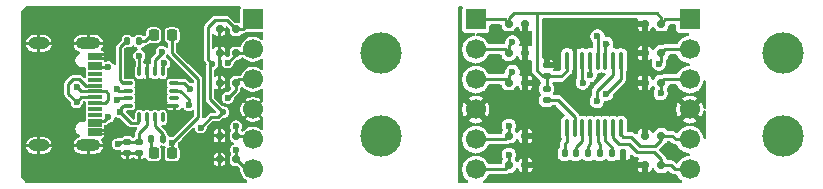
<source format=gbr>
%TF.GenerationSoftware,KiCad,Pcbnew,9.0.2-9.0.2-0~ubuntu24.04.1*%
%TF.CreationDate,2025-05-22T23:27:50+02:00*%
%TF.ProjectId,USB-UART,5553422d-5541-4525-942e-6b696361645f,rev?*%
%TF.SameCoordinates,Original*%
%TF.FileFunction,Copper,L1,Top*%
%TF.FilePolarity,Positive*%
%FSLAX46Y46*%
G04 Gerber Fmt 4.6, Leading zero omitted, Abs format (unit mm)*
G04 Created by KiCad (PCBNEW 9.0.2-9.0.2-0~ubuntu24.04.1) date 2025-05-22 23:27:50*
%MOMM*%
%LPD*%
G01*
G04 APERTURE LIST*
G04 Aperture macros list*
%AMRoundRect*
0 Rectangle with rounded corners*
0 $1 Rounding radius*
0 $2 $3 $4 $5 $6 $7 $8 $9 X,Y pos of 4 corners*
0 Add a 4 corners polygon primitive as box body*
4,1,4,$2,$3,$4,$5,$6,$7,$8,$9,$2,$3,0*
0 Add four circle primitives for the rounded corners*
1,1,$1+$1,$2,$3*
1,1,$1+$1,$4,$5*
1,1,$1+$1,$6,$7*
1,1,$1+$1,$8,$9*
0 Add four rect primitives between the rounded corners*
20,1,$1+$1,$2,$3,$4,$5,0*
20,1,$1+$1,$4,$5,$6,$7,0*
20,1,$1+$1,$6,$7,$8,$9,0*
20,1,$1+$1,$8,$9,$2,$3,0*%
G04 Aperture macros list end*
%TA.AperFunction,ComponentPad*%
%ADD10O,1.800000X1.000000*%
%TD*%
%TA.AperFunction,ComponentPad*%
%ADD11O,2.100000X1.000000*%
%TD*%
%TA.AperFunction,SMDPad,CuDef*%
%ADD12R,1.150000X0.300000*%
%TD*%
%TA.AperFunction,SMDPad,CuDef*%
%ADD13RoundRect,0.140000X-0.140000X-0.170000X0.140000X-0.170000X0.140000X0.170000X-0.140000X0.170000X0*%
%TD*%
%TA.AperFunction,ComponentPad*%
%ADD14R,1.700000X1.700000*%
%TD*%
%TA.AperFunction,ComponentPad*%
%ADD15C,1.700000*%
%TD*%
%TA.AperFunction,SMDPad,CuDef*%
%ADD16RoundRect,0.218750X-0.218750X-0.256250X0.218750X-0.256250X0.218750X0.256250X-0.218750X0.256250X0*%
%TD*%
%TA.AperFunction,SMDPad,CuDef*%
%ADD17RoundRect,0.140000X-0.170000X0.140000X-0.170000X-0.140000X0.170000X-0.140000X0.170000X0.140000X0*%
%TD*%
%TA.AperFunction,SMDPad,CuDef*%
%ADD18RoundRect,0.150000X-0.150000X-0.200000X0.150000X-0.200000X0.150000X0.200000X-0.150000X0.200000X0*%
%TD*%
%TA.AperFunction,SMDPad,CuDef*%
%ADD19RoundRect,0.150000X0.150000X0.200000X-0.150000X0.200000X-0.150000X-0.200000X0.150000X-0.200000X0*%
%TD*%
%TA.AperFunction,SMDPad,CuDef*%
%ADD20RoundRect,0.135000X-0.135000X-0.185000X0.135000X-0.185000X0.135000X0.185000X-0.135000X0.185000X0*%
%TD*%
%TA.AperFunction,SMDPad,CuDef*%
%ADD21RoundRect,0.135000X0.135000X0.185000X-0.135000X0.185000X-0.135000X-0.185000X0.135000X-0.185000X0*%
%TD*%
%TA.AperFunction,SMDPad,CuDef*%
%ADD22RoundRect,0.100000X0.100000X-0.637500X0.100000X0.637500X-0.100000X0.637500X-0.100000X-0.637500X0*%
%TD*%
%TA.AperFunction,SMDPad,CuDef*%
%ADD23RoundRect,0.075000X-0.075000X0.350000X-0.075000X-0.350000X0.075000X-0.350000X0.075000X0.350000X0*%
%TD*%
%TA.AperFunction,SMDPad,CuDef*%
%ADD24RoundRect,0.075000X-0.350000X0.075000X-0.350000X-0.075000X0.350000X-0.075000X0.350000X0.075000X0*%
%TD*%
%TA.AperFunction,HeatsinkPad*%
%ADD25R,2.100000X2.100000*%
%TD*%
%TA.AperFunction,ViaPad*%
%ADD26C,0.600000*%
%TD*%
%TA.AperFunction,ViaPad*%
%ADD27C,3.500000*%
%TD*%
%TA.AperFunction,Conductor*%
%ADD28C,0.250000*%
%TD*%
G04 APERTURE END LIST*
D10*
%TO.P,J1,S1,SHIELD*%
%TO.N,GND*%
X130500000Y-99320000D03*
D11*
X134680000Y-99320000D03*
D10*
X130500000Y-90680000D03*
D11*
X134680000Y-90680000D03*
D12*
%TO.P,J1,B12,GND*%
X135250000Y-91950000D03*
%TO.P,J1,B9,VBUS*%
%TO.N,VBUS*%
X135250000Y-92750000D03*
%TO.P,J1,B8,SBU2*%
%TO.N,unconnected-(J1-SBU2-PadB8)*%
X135250000Y-93250000D03*
%TO.P,J1,B7,D-*%
%TO.N,Net-(J1-D--PadA7)*%
X135250000Y-94250000D03*
%TO.P,J1,B6,D+*%
%TO.N,Net-(J1-D+-PadA6)*%
X135250000Y-95750000D03*
%TO.P,J1,B5,CC2*%
%TO.N,unconnected-(J1-CC2-PadB5)*%
X135250000Y-96750000D03*
%TO.P,J1,B4,VBUS*%
%TO.N,VBUS*%
X135250000Y-97250000D03*
%TO.P,J1,B1,GND*%
%TO.N,GND*%
X135250000Y-98050000D03*
%TO.P,J1,A12,GND*%
X135250000Y-98350000D03*
%TO.P,J1,A9,VBUS*%
%TO.N,VBUS*%
X135250000Y-97550000D03*
%TO.P,J1,A8,SBU1*%
%TO.N,unconnected-(J1-SBU1-PadA8)*%
X135250000Y-96250000D03*
%TO.P,J1,A7,D-*%
%TO.N,Net-(J1-D--PadA7)*%
X135250000Y-95250000D03*
%TO.P,J1,A6,D+*%
%TO.N,Net-(J1-D+-PadA6)*%
X135250000Y-94750000D03*
%TO.P,J1,A5,CC1*%
%TO.N,unconnected-(J1-CC1-PadA5)*%
X135250000Y-93750000D03*
%TO.P,J1,A4,VBUS*%
%TO.N,VBUS*%
X135250000Y-92450000D03*
%TO.P,J1,A1,GND*%
%TO.N,GND*%
X135250000Y-91650000D03*
%TD*%
D13*
%TO.P,C7,1*%
%TO.N,Net-(U5-C2+)*%
X177020000Y-100000000D03*
%TO.P,C7,2*%
%TO.N,Net-(U5-C2-)*%
X177980000Y-100000000D03*
%TD*%
D14*
%TO.P,J4,1,Pin_1*%
%TO.N,VPP*%
X167500000Y-88650000D03*
D15*
%TO.P,J4,2,Pin_2*%
%TO.N,/RXD*%
X167500000Y-91190000D03*
%TO.P,J4,3,Pin_3*%
%TO.N,/TXD*%
X167500000Y-93730000D03*
%TO.P,J4,4,Pin_4*%
%TO.N,GND*%
X167500000Y-96270000D03*
%TO.P,J4,5,Pin_5*%
%TO.N,/CTS*%
X167500000Y-98810000D03*
%TO.P,J4,6,Pin_6*%
%TO.N,/RTS*%
X167500000Y-101350000D03*
%TD*%
D16*
%TO.P,D1,1,K*%
%TO.N,Net-(D1-K)*%
X140212500Y-100000000D03*
%TO.P,D1,2,A*%
%TO.N,VCC*%
X141787500Y-100000000D03*
%TD*%
D17*
%TO.P,C10,1*%
%TO.N,GND*%
X173500000Y-92520000D03*
%TO.P,C10,2*%
%TO.N,VPP*%
X173500000Y-93480000D03*
%TD*%
D18*
%TO.P,D9,1,K*%
%TO.N,/RXD_232*%
X183200000Y-91500000D03*
%TO.P,D9,2,A*%
%TO.N,GND*%
X181800000Y-91500000D03*
%TD*%
D19*
%TO.P,D15,1,K*%
%TO.N,/TXD*%
X170300000Y-94000000D03*
%TO.P,D15,2,A*%
%TO.N,GND*%
X171700000Y-94000000D03*
%TD*%
D13*
%TO.P,C6,1*%
%TO.N,Net-(U5-C1+)*%
X175020000Y-100000000D03*
%TO.P,C6,2*%
%TO.N,Net-(U5-C1-)*%
X175980000Y-100000000D03*
%TD*%
D18*
%TO.P,D7,1,K*%
%TO.N,/RTS*%
X147200000Y-100500000D03*
%TO.P,D7,2,A*%
%TO.N,GND*%
X145800000Y-100500000D03*
%TD*%
D16*
%TO.P,D2,1,K*%
%TO.N,Net-(D2-K)*%
X140212500Y-90000000D03*
%TO.P,D2,2,A*%
%TO.N,VCC*%
X141787500Y-90000000D03*
%TD*%
D20*
%TO.P,R5,1*%
%TO.N,Net-(D1-K)*%
X139990000Y-98800000D03*
%TO.P,R5,2*%
%TO.N,/LED_TX*%
X141010000Y-98800000D03*
%TD*%
D17*
%TO.P,C1,1*%
%TO.N,VCC*%
X138000000Y-99020000D03*
%TO.P,C1,2*%
%TO.N,GND*%
X138000000Y-99980000D03*
%TD*%
D21*
%TO.P,R6,1*%
%TO.N,Net-(D2-K)*%
X139010000Y-90500000D03*
%TO.P,R6,2*%
%TO.N,/LED_RX*%
X137990000Y-90500000D03*
%TD*%
D18*
%TO.P,D8,1,K*%
%TO.N,VPP*%
X183200000Y-89000000D03*
%TO.P,D8,2,A*%
%TO.N,GND*%
X181800000Y-89000000D03*
%TD*%
D22*
%TO.P,U5,1,C1+*%
%TO.N,Net-(U5-C1+)*%
X175225000Y-97862500D03*
%TO.P,U5,2,VS+*%
%TO.N,Net-(U5-VS+)*%
X175875000Y-97862500D03*
%TO.P,U5,3,C1-*%
%TO.N,Net-(U5-C1-)*%
X176525000Y-97862500D03*
%TO.P,U5,4,C2+*%
%TO.N,Net-(U5-C2+)*%
X177175000Y-97862500D03*
%TO.P,U5,5,C2-*%
%TO.N,Net-(U5-C2-)*%
X177825000Y-97862500D03*
%TO.P,U5,6,VS-*%
%TO.N,Net-(U5-VS-)*%
X178475000Y-97862500D03*
%TO.P,U5,7,T2OUT*%
%TO.N,/RTS_232*%
X179125000Y-97862500D03*
%TO.P,U5,8,R2IN*%
%TO.N,/CTS_232*%
X179775000Y-97862500D03*
%TO.P,U5,9,R2OUT*%
%TO.N,/CTS*%
X179775000Y-92137500D03*
%TO.P,U5,10,T2IN*%
%TO.N,/RTS*%
X179125000Y-92137500D03*
%TO.P,U5,11,T1IN*%
%TO.N,/TXD*%
X178475000Y-92137500D03*
%TO.P,U5,12,R1OUT*%
%TO.N,/RXD*%
X177825000Y-92137500D03*
%TO.P,U5,13,R1IN*%
%TO.N,/RXD_232*%
X177175000Y-92137500D03*
%TO.P,U5,14,T1OUT*%
%TO.N,/TXD_232*%
X176525000Y-92137500D03*
%TO.P,U5,15,GND*%
%TO.N,GND*%
X175875000Y-92137500D03*
%TO.P,U5,16,VCC*%
%TO.N,VPP*%
X175225000Y-92137500D03*
%TD*%
D18*
%TO.P,D12,1,K*%
%TO.N,/RTS_232*%
X183200000Y-101000000D03*
%TO.P,D12,2,A*%
%TO.N,GND*%
X181800000Y-101000000D03*
%TD*%
D19*
%TO.P,D16,1,K*%
%TO.N,/CTS*%
X170300000Y-98500000D03*
%TO.P,D16,2,A*%
%TO.N,GND*%
X171700000Y-98500000D03*
%TD*%
D18*
%TO.P,D6,1,K*%
%TO.N,/CTS*%
X147200000Y-98500000D03*
%TO.P,D6,2,A*%
%TO.N,GND*%
X145800000Y-98500000D03*
%TD*%
%TO.P,D11,1,K*%
%TO.N,/CTS_232*%
X183200000Y-98500000D03*
%TO.P,D11,2,A*%
%TO.N,GND*%
X181800000Y-98500000D03*
%TD*%
%TO.P,D5,1,K*%
%TO.N,/TXD*%
X147200000Y-94000000D03*
%TO.P,D5,2,A*%
%TO.N,GND*%
X145800000Y-94000000D03*
%TD*%
%TO.P,D10,1,K*%
%TO.N,/TXD_232*%
X183200000Y-94000000D03*
%TO.P,D10,2,A*%
%TO.N,GND*%
X181800000Y-94000000D03*
%TD*%
D14*
%TO.P,J3,1,Pin_1*%
%TO.N,VPP*%
X185615000Y-88650000D03*
D15*
%TO.P,J3,2,Pin_2*%
%TO.N,/RXD_232*%
X185615000Y-91190000D03*
%TO.P,J3,3,Pin_3*%
%TO.N,/TXD_232*%
X185615000Y-93730000D03*
%TO.P,J3,4,Pin_4*%
%TO.N,GND*%
X185615000Y-96270000D03*
%TO.P,J3,5,Pin_5*%
%TO.N,/CTS_232*%
X185615000Y-98810000D03*
%TO.P,J3,6,Pin_6*%
%TO.N,/RTS_232*%
X185615000Y-101350000D03*
%TD*%
D13*
%TO.P,C8,1*%
%TO.N,Net-(U5-VS-)*%
X179020000Y-100000000D03*
%TO.P,C8,2*%
%TO.N,GND*%
X179980000Y-100000000D03*
%TD*%
D17*
%TO.P,C9,1*%
%TO.N,VPP*%
X173500000Y-94520000D03*
%TO.P,C9,2*%
%TO.N,Net-(U5-VS+)*%
X173500000Y-95480000D03*
%TD*%
D19*
%TO.P,D13,1,K*%
%TO.N,VPP*%
X170300000Y-89000000D03*
%TO.P,D13,2,A*%
%TO.N,GND*%
X171700000Y-89000000D03*
%TD*%
D17*
%TO.P,C2,1*%
%TO.N,VCC*%
X139000000Y-99020000D03*
%TO.P,C2,2*%
%TO.N,GND*%
X139000000Y-99980000D03*
%TD*%
D18*
%TO.P,D3,1,K*%
%TO.N,VPP*%
X147200000Y-89500000D03*
%TO.P,D3,2,A*%
%TO.N,GND*%
X145800000Y-89500000D03*
%TD*%
%TO.P,D4,1,K*%
%TO.N,/RXD*%
X147200000Y-91500000D03*
%TO.P,D4,2,A*%
%TO.N,GND*%
X145800000Y-91500000D03*
%TD*%
D23*
%TO.P,U2,1,VCCIO*%
%TO.N,+3V3*%
X140975000Y-93050000D03*
%TO.P,U2,2,RXD*%
%TO.N,/RXD_FT*%
X140325000Y-93050000D03*
%TO.P,U2,3,GND*%
%TO.N,GND*%
X139675000Y-93050000D03*
%TO.P,U2,4,~{CTS}*%
%TO.N,/CTS_FT*%
X139025000Y-93050000D03*
D24*
%TO.P,U2,5,CBUS2*%
%TO.N,/LED_RX*%
X138050000Y-94025000D03*
%TO.P,U2,6,USBDP*%
%TO.N,/USB_DP*%
X138050000Y-94675000D03*
%TO.P,U2,7,USBDM*%
%TO.N,/USB_DM*%
X138050000Y-95325000D03*
%TO.P,U2,8,3V3OUT*%
%TO.N,+3V3*%
X138050000Y-95975000D03*
D23*
%TO.P,U2,9,~{RESET}*%
X139025000Y-96950000D03*
%TO.P,U2,10,VCC*%
%TO.N,VCC*%
X139675000Y-96950000D03*
%TO.P,U2,11,CBUS1*%
%TO.N,/LED_TX*%
X140325000Y-96950000D03*
%TO.P,U2,12,CBUS0*%
%TO.N,/DE*%
X140975000Y-96950000D03*
D24*
%TO.P,U2,13,GND*%
%TO.N,GND*%
X141950000Y-95975000D03*
%TO.P,U2,14,CBUS3*%
%TO.N,/SLEEP*%
X141950000Y-95325000D03*
%TO.P,U2,15,TXD*%
%TO.N,/TXD_FT*%
X141950000Y-94675000D03*
%TO.P,U2,16,~{RTS}*%
%TO.N,/RTS_FT*%
X141950000Y-94025000D03*
D25*
%TO.P,U2,17,GND*%
%TO.N,GND*%
X140000000Y-95000000D03*
%TD*%
D19*
%TO.P,D17,1,K*%
%TO.N,/RTS*%
X170300000Y-101000000D03*
%TO.P,D17,2,A*%
%TO.N,GND*%
X171700000Y-101000000D03*
%TD*%
D14*
%TO.P,J2,1,Pin_1*%
%TO.N,VPP*%
X148625000Y-88650000D03*
D15*
%TO.P,J2,2,Pin_2*%
%TO.N,/RXD*%
X148625000Y-91190000D03*
%TO.P,J2,3,Pin_3*%
%TO.N,/TXD*%
X148625000Y-93730000D03*
%TO.P,J2,4,Pin_4*%
%TO.N,GND*%
X148625000Y-96270000D03*
%TO.P,J2,5,Pin_5*%
%TO.N,/CTS*%
X148625000Y-98810000D03*
%TO.P,J2,6,Pin_6*%
%TO.N,/RTS*%
X148625000Y-101350000D03*
%TD*%
D19*
%TO.P,D14,1,K*%
%TO.N,/RXD*%
X170300000Y-91500000D03*
%TO.P,D14,2,A*%
%TO.N,GND*%
X171700000Y-91500000D03*
%TD*%
D26*
%TO.N,VBUS*%
X136400000Y-92700000D03*
%TO.N,VCC*%
X137200000Y-99200000D03*
X141800000Y-99100000D03*
%TO.N,GND*%
X181000000Y-96500000D03*
X184000000Y-100000000D03*
X140000000Y-95000000D03*
X146100000Y-101900000D03*
X183500000Y-96500000D03*
X136500000Y-89000000D03*
D27*
X159500000Y-91500000D03*
D26*
X169000000Y-90000000D03*
D27*
X193500000Y-91500000D03*
D26*
X184000000Y-92500000D03*
X144900000Y-100000000D03*
X181000000Y-90000000D03*
X139600000Y-101000000D03*
X136400000Y-91700000D03*
X175500000Y-95000000D03*
X179500000Y-101500000D03*
X169000000Y-92500000D03*
X172889914Y-96500000D03*
X177000000Y-89000000D03*
X170500000Y-96000000D03*
X138000000Y-98200000D03*
X141500000Y-89000000D03*
X184000000Y-90000000D03*
X169000000Y-97500000D03*
X140000000Y-91500000D03*
X179500000Y-89000000D03*
X143700000Y-92300000D03*
X173000000Y-99000000D03*
D27*
X193500000Y-98500000D03*
D26*
X146400000Y-93200000D03*
X174500000Y-101500000D03*
X145800000Y-97600000D03*
X177000000Y-101500000D03*
X137200000Y-100100000D03*
X169000000Y-100000000D03*
X174500000Y-89000000D03*
D27*
X159500000Y-98500000D03*
D26*
X146500000Y-90100000D03*
X169000000Y-95000000D03*
%TO.N,+3V3*%
X137400000Y-96520000D03*
X141110000Y-92360000D03*
%TO.N,VPP*%
X145200000Y-92400000D03*
X144200000Y-97800000D03*
X146100000Y-96500000D03*
%TO.N,VBUS*%
X136400000Y-96900000D03*
%TO.N,Net-(J1-D--PadA7)*%
X133700000Y-95650000D03*
%TO.N,Net-(J1-D+-PadA6)*%
X133700000Y-94350000D03*
%TO.N,/TXD*%
X170600000Y-93100000D03*
X178550000Y-90700000D03*
X146500000Y-95300000D03*
%TO.N,/RXD*%
X177800000Y-90075000D03*
X146500000Y-92300000D03*
X170600000Y-90600000D03*
%TO.N,/RTS*%
X147200000Y-99700000D03*
X177750000Y-95550000D03*
X170300000Y-100100000D03*
%TO.N,/CTS*%
X147200000Y-97700000D03*
X170300000Y-97650000D03*
X178550000Y-94950000D03*
%TO.N,/TXD_FT*%
X143200000Y-95900000D03*
%TO.N,/RXD_FT*%
X140900000Y-91374999D03*
%TO.N,/RTS_FT*%
X143300000Y-94500000D03*
%TO.N,/CTS_FT*%
X139010000Y-91710000D03*
%TO.N,/USB_DM*%
X137150000Y-95450000D03*
%TO.N,/USB_DP*%
X137150000Y-94550000D03*
%TO.N,/RXD_232*%
X183000000Y-92400000D03*
X177150000Y-93350000D03*
%TO.N,/TXD_232*%
X183150000Y-94900000D03*
X176550000Y-94000000D03*
%TD*%
D28*
%TO.N,Net-(J1-D--PadA7)*%
X135250000Y-94250000D02*
X134485298Y-94250000D01*
X134485298Y-94250000D02*
X133935298Y-93700000D01*
X133400000Y-93700000D02*
X133000000Y-94100000D01*
X133935298Y-93700000D02*
X133400000Y-93700000D01*
X133000000Y-94100000D02*
X133000000Y-94950000D01*
X133000000Y-94950000D02*
X133700000Y-95650000D01*
%TO.N,Net-(J1-D+-PadA6)*%
X133700000Y-94300000D02*
X133700000Y-94350000D01*
X133700000Y-94350000D02*
X134100000Y-94750000D01*
X134100000Y-94750000D02*
X135750000Y-94750000D01*
%TO.N,Net-(J1-D--PadA7)*%
X133700000Y-95700000D02*
X133700000Y-95650000D01*
X133700000Y-95650000D02*
X134100000Y-95250000D01*
X134100000Y-95250000D02*
X135250000Y-95250000D01*
%TO.N,Net-(J1-D+-PadA6)*%
X135250000Y-95750000D02*
X136140000Y-95750000D01*
X136140000Y-95750000D02*
X136400000Y-95490000D01*
X136400000Y-95490000D02*
X136400000Y-94950000D01*
X136400000Y-94950000D02*
X136200000Y-94750000D01*
X136200000Y-94750000D02*
X135250000Y-94750000D01*
%TO.N,VBUS*%
X136400000Y-92700000D02*
X135300000Y-92700000D01*
X135300000Y-92700000D02*
X135250000Y-92750000D01*
X135250000Y-97250000D02*
X136050000Y-97250000D01*
X136050000Y-97250000D02*
X136400000Y-96900000D01*
%TO.N,VCC*%
X139675000Y-96950000D02*
X139675000Y-97575000D01*
X139675000Y-97575000D02*
X139000000Y-98250000D01*
X141800000Y-99100000D02*
X144000000Y-96900000D01*
X137480000Y-99020000D02*
X138000000Y-99020000D01*
X139000000Y-99020000D02*
X138000000Y-99020000D01*
X137300000Y-99200000D02*
X137480000Y-99020000D01*
X141787500Y-91487500D02*
X141787500Y-90000000D01*
X139000000Y-98250000D02*
X139000000Y-99020000D01*
X141800000Y-99100000D02*
X141800000Y-99987500D01*
X144000000Y-96900000D02*
X144000000Y-93700000D01*
X144000000Y-93700000D02*
X141787500Y-91487500D01*
X141800000Y-99987500D02*
X141787500Y-100000000D01*
%TO.N,GND*%
X175875000Y-91025000D02*
X175875000Y-92137500D01*
X140975000Y-95975000D02*
X140000000Y-95000000D01*
X175700000Y-90850000D02*
X175875000Y-91025000D01*
X174200000Y-90850000D02*
X175700000Y-90850000D01*
X139675000Y-93050000D02*
X139675000Y-94675000D01*
X173500000Y-92520000D02*
X173500000Y-91550000D01*
X139675000Y-94675000D02*
X140000000Y-95000000D01*
X173500000Y-91550000D02*
X174200000Y-90850000D01*
X141950000Y-95975000D02*
X140975000Y-95975000D01*
X137400000Y-99980000D02*
X139000000Y-99980000D01*
%TO.N,+3V3*%
X138330000Y-97450000D02*
X138800000Y-97450000D01*
X137400000Y-96520000D02*
X137400000Y-96200000D01*
X140975000Y-92495000D02*
X141110000Y-92360000D01*
X138050000Y-95975000D02*
X137625000Y-95975000D01*
X139025000Y-97225000D02*
X139025000Y-96950000D01*
X138800000Y-97450000D02*
X139025000Y-97225000D01*
X140975000Y-93050000D02*
X140975000Y-92495000D01*
X137625000Y-95975000D02*
X137400000Y-96200000D01*
X137400000Y-96520000D02*
X138330000Y-97450000D01*
%TO.N,VPP*%
X148050000Y-89225000D02*
X147775000Y-89500000D01*
X145000000Y-95400000D02*
X145000000Y-92600000D01*
X183200000Y-88500000D02*
X183200000Y-89000000D01*
X172700000Y-88100000D02*
X182800000Y-88100000D01*
X145400000Y-88700000D02*
X144800000Y-89300000D01*
X169950000Y-88650000D02*
X170300000Y-89000000D01*
X173500000Y-93480000D02*
X173180000Y-93480000D01*
X147775000Y-89500000D02*
X147200000Y-89500000D01*
X167500000Y-88650000D02*
X169950000Y-88650000D01*
X173180000Y-93480000D02*
X172700000Y-93000000D01*
X144800000Y-92000000D02*
X145200000Y-92400000D01*
X185615000Y-88650000D02*
X183550000Y-88650000D01*
X170700000Y-88100000D02*
X172700000Y-88100000D01*
X145100000Y-96900000D02*
X145700000Y-96900000D01*
X146100000Y-96500000D02*
X145000000Y-95400000D01*
X173500000Y-94520000D02*
X173500000Y-93480000D01*
X148050000Y-88650000D02*
X148050000Y-89225000D01*
X144800000Y-89300000D02*
X144800000Y-92000000D01*
X145700000Y-96900000D02*
X146100000Y-96500000D01*
X173500000Y-93480000D02*
X174720000Y-93480000D01*
X170300000Y-89000000D02*
X170300000Y-88500000D01*
X172700000Y-93000000D02*
X172700000Y-88100000D01*
X170300000Y-88500000D02*
X170700000Y-88100000D01*
X175225000Y-92975000D02*
X175225000Y-92137500D01*
X174720000Y-93480000D02*
X175225000Y-92975000D01*
X183550000Y-88650000D02*
X183200000Y-89000000D01*
X145000000Y-92600000D02*
X145200000Y-92400000D01*
X182800000Y-88100000D02*
X183200000Y-88500000D01*
X146400000Y-88700000D02*
X145400000Y-88700000D01*
X147200000Y-89500000D02*
X146400000Y-88700000D01*
X144200000Y-97800000D02*
X145100000Y-96900000D01*
%TO.N,Net-(U5-C1-)*%
X175980000Y-99470000D02*
X175980000Y-100000000D01*
X176525000Y-97862500D02*
X176525000Y-98925000D01*
X176525000Y-98925000D02*
X175980000Y-99470000D01*
%TO.N,Net-(D1-K)*%
X140212500Y-100000000D02*
X139990000Y-99777500D01*
X139990000Y-99777500D02*
X139990000Y-98800000D01*
%TO.N,Net-(D2-K)*%
X139010000Y-90500000D02*
X139470000Y-90500000D01*
X139970000Y-90000000D02*
X140212500Y-90000000D01*
X139470000Y-90500000D02*
X139970000Y-90000000D01*
%TO.N,/TXD*%
X146500000Y-95300000D02*
X147200000Y-94600000D01*
X167500000Y-93730000D02*
X170030000Y-93730000D01*
X148625000Y-93730000D02*
X147470000Y-93730000D01*
X147200000Y-94600000D02*
X147200000Y-94000000D01*
X147470000Y-93730000D02*
X147200000Y-94000000D01*
X178475000Y-90875000D02*
X178475000Y-92137500D01*
X170300000Y-93400000D02*
X170600000Y-93100000D01*
X178650000Y-90700000D02*
X178475000Y-90875000D01*
X170300000Y-94000000D02*
X170300000Y-93400000D01*
X170030000Y-93730000D02*
X170300000Y-94000000D01*
%TO.N,/RXD*%
X169990000Y-91190000D02*
X170300000Y-91500000D01*
X146500000Y-92300000D02*
X147200000Y-91600000D01*
X148315000Y-91500000D02*
X148625000Y-91190000D01*
X167500000Y-91190000D02*
X169990000Y-91190000D01*
X177825000Y-92137500D02*
X177825000Y-90100000D01*
X170300000Y-90900000D02*
X170300000Y-91500000D01*
X147200000Y-91600000D02*
X147200000Y-91500000D01*
X170600000Y-90600000D02*
X170300000Y-90900000D01*
X177825000Y-90100000D02*
X177800000Y-90075000D01*
X147200000Y-91500000D02*
X148315000Y-91500000D01*
%TO.N,/RTS*%
X148050000Y-101350000D02*
X147200000Y-100500000D01*
X169950000Y-101350000D02*
X170300000Y-101000000D01*
X179125000Y-92137500D02*
X179125000Y-93325000D01*
X179125000Y-93325000D02*
X177750000Y-94700000D01*
X167500000Y-101350000D02*
X169950000Y-101350000D01*
X147200000Y-100500000D02*
X147200000Y-99700000D01*
X177750000Y-94700000D02*
X177750000Y-95550000D01*
X170300000Y-101000000D02*
X170300000Y-100100000D01*
%TO.N,/CTS*%
X147700000Y-98500000D02*
X147200000Y-98500000D01*
X179775000Y-93725000D02*
X178550000Y-94950000D01*
X167500000Y-98810000D02*
X169990000Y-98810000D01*
X179775000Y-92137500D02*
X179775000Y-93725000D01*
X147200000Y-98500000D02*
X147200000Y-97700000D01*
X169990000Y-98810000D02*
X170300000Y-98500000D01*
X148625000Y-98810000D02*
X148010000Y-98810000D01*
X148010000Y-98810000D02*
X147700000Y-98500000D01*
X170300000Y-98500000D02*
X170300000Y-97650000D01*
%TO.N,/TXD_FT*%
X141950000Y-94675000D02*
X142475000Y-94675000D01*
X143200000Y-95400000D02*
X143200000Y-95900000D01*
X142475000Y-94675000D02*
X143200000Y-95400000D01*
%TO.N,/RXD_FT*%
X140675961Y-91748059D02*
X140637239Y-91748059D01*
X140637239Y-91748059D02*
X140325000Y-92060298D01*
X140325000Y-92060298D02*
X140325000Y-93050000D01*
X141049021Y-91374999D02*
X140675961Y-91748059D01*
%TO.N,/RTS_FT*%
X141950000Y-94025000D02*
X142825000Y-94025000D01*
X142825000Y-94025000D02*
X143300000Y-94500000D01*
%TO.N,/CTS_FT*%
X139025000Y-91725000D02*
X139025000Y-93050000D01*
X139010000Y-91710000D02*
X139025000Y-91725000D01*
%TO.N,/LED_TX*%
X141010000Y-98360000D02*
X141010000Y-99000000D01*
X140325000Y-97675000D02*
X141010000Y-98360000D01*
X140325000Y-96950000D02*
X140325000Y-97675000D01*
%TO.N,/LED_RX*%
X137390000Y-91010000D02*
X137900000Y-90500000D01*
X138050000Y-94025000D02*
X137595000Y-94025000D01*
X137390000Y-93820000D02*
X137390000Y-91010000D01*
X137595000Y-94025000D02*
X137390000Y-93820000D01*
%TO.N,/USB_DM*%
X137275000Y-95325000D02*
X137150000Y-95450000D01*
X138050000Y-95325000D02*
X137275000Y-95325000D01*
%TO.N,/USB_DP*%
X137275000Y-94675000D02*
X137150000Y-94550000D01*
X138050000Y-94675000D02*
X137275000Y-94675000D01*
%TO.N,Net-(U5-C1+)*%
X175020000Y-99180000D02*
X175020000Y-100000000D01*
X175225000Y-97862500D02*
X175225000Y-98975000D01*
X175225000Y-98975000D02*
X175020000Y-99180000D01*
%TO.N,Net-(U5-C2+)*%
X177020000Y-99350000D02*
X177020000Y-100000000D01*
X177175000Y-97862500D02*
X177175000Y-99195000D01*
X177175000Y-99195000D02*
X177020000Y-99350000D01*
%TO.N,Net-(U5-C2-)*%
X177980000Y-99180000D02*
X177980000Y-100000000D01*
X177825000Y-99025000D02*
X177980000Y-99180000D01*
X177825000Y-97862500D02*
X177825000Y-99025000D01*
%TO.N,Net-(U5-VS-)*%
X178475000Y-97862500D02*
X178475000Y-98925000D01*
X178475000Y-98925000D02*
X179020000Y-99470000D01*
X179020000Y-99470000D02*
X179020000Y-100000000D01*
%TO.N,Net-(U5-VS+)*%
X175875000Y-96925000D02*
X174430000Y-95480000D01*
X174430000Y-95480000D02*
X173500000Y-95480000D01*
X175875000Y-97862500D02*
X175875000Y-96925000D01*
%TO.N,/RTS_232*%
X184350000Y-101350000D02*
X184000000Y-101000000D01*
X182600000Y-99900000D02*
X183200000Y-100500000D01*
X183200000Y-100500000D02*
X183200000Y-101000000D01*
X179600000Y-99200000D02*
X180450000Y-99200000D01*
X181150000Y-99900000D02*
X182600000Y-99900000D01*
X179125000Y-98725000D02*
X179600000Y-99200000D01*
X185615000Y-101350000D02*
X184350000Y-101350000D01*
X179125000Y-97862500D02*
X179125000Y-98725000D01*
X180450000Y-99200000D02*
X181150000Y-99900000D01*
X184000000Y-101000000D02*
X183200000Y-101000000D01*
%TO.N,/RXD_232*%
X177175000Y-92137500D02*
X177175000Y-93325000D01*
X183200000Y-92200000D02*
X183000000Y-92400000D01*
X185615000Y-91190000D02*
X183510000Y-91190000D01*
X183200000Y-91500000D02*
X183200000Y-92200000D01*
X177175000Y-93325000D02*
X177150000Y-93350000D01*
X183510000Y-91190000D02*
X183200000Y-91500000D01*
%TO.N,/CTS_232*%
X185615000Y-98810000D02*
X184410000Y-98810000D01*
X182699999Y-99350000D02*
X181400000Y-99350000D01*
X179775000Y-98375000D02*
X179775000Y-97862500D01*
X181400000Y-99350000D02*
X180650000Y-98600000D01*
X183200000Y-98500000D02*
X183200000Y-98849999D01*
X180000000Y-98600000D02*
X179775000Y-98375000D01*
X184100000Y-98500000D02*
X183200000Y-98500000D01*
X184410000Y-98810000D02*
X184100000Y-98500000D01*
X183200000Y-98849999D02*
X182699999Y-99350000D01*
X180650000Y-98600000D02*
X180000000Y-98600000D01*
%TO.N,/TXD_232*%
X183200000Y-94000000D02*
X183200000Y-94850000D01*
X183470000Y-93730000D02*
X183200000Y-94000000D01*
X183200000Y-94850000D02*
X183150000Y-94900000D01*
X176525000Y-93975000D02*
X176550000Y-94000000D01*
X185615000Y-93730000D02*
X183470000Y-93730000D01*
X176525000Y-92137500D02*
X176525000Y-93975000D01*
%TD*%
%TA.AperFunction,Conductor*%
%TO.N,GND*%
G36*
X166330712Y-87519685D02*
G01*
X166376467Y-87572489D01*
X166386411Y-87641647D01*
X166377107Y-87674087D01*
X166352415Y-87730006D01*
X166352415Y-87730008D01*
X166349500Y-87755131D01*
X166349500Y-89544856D01*
X166349502Y-89544882D01*
X166352413Y-89569987D01*
X166352415Y-89569991D01*
X166397793Y-89672764D01*
X166397794Y-89672765D01*
X166477235Y-89752206D01*
X166580009Y-89797585D01*
X166605135Y-89800500D01*
X167342873Y-89800499D01*
X167409910Y-89820183D01*
X167455665Y-89872987D01*
X167465609Y-89942146D01*
X167436584Y-90005702D01*
X167377806Y-90043476D01*
X167362270Y-90046972D01*
X167230589Y-90067829D01*
X167058363Y-90123787D01*
X167058360Y-90123788D01*
X166897002Y-90206006D01*
X166750505Y-90312441D01*
X166750500Y-90312445D01*
X166622445Y-90440500D01*
X166622441Y-90440505D01*
X166516006Y-90587002D01*
X166433788Y-90748360D01*
X166433787Y-90748363D01*
X166377829Y-90920589D01*
X166349500Y-91099448D01*
X166349500Y-91280551D01*
X166377829Y-91459410D01*
X166433787Y-91631636D01*
X166433788Y-91631639D01*
X166488747Y-91739500D01*
X166511778Y-91784701D01*
X166516006Y-91792997D01*
X166622441Y-91939494D01*
X166622445Y-91939499D01*
X166750500Y-92067554D01*
X166750505Y-92067558D01*
X166840486Y-92132932D01*
X166897006Y-92173996D01*
X167002484Y-92227740D01*
X167058360Y-92256211D01*
X167058363Y-92256212D01*
X167144476Y-92284191D01*
X167230591Y-92312171D01*
X167303639Y-92323740D01*
X167390678Y-92337527D01*
X167453813Y-92367456D01*
X167490744Y-92426768D01*
X167489746Y-92496631D01*
X167451136Y-92554863D01*
X167390678Y-92582473D01*
X167230589Y-92607829D01*
X167058363Y-92663787D01*
X167058360Y-92663788D01*
X166897002Y-92746006D01*
X166750505Y-92852441D01*
X166750500Y-92852445D01*
X166622445Y-92980500D01*
X166622441Y-92980505D01*
X166516006Y-93127002D01*
X166433788Y-93288360D01*
X166433787Y-93288363D01*
X166377829Y-93460589D01*
X166349500Y-93639448D01*
X166349500Y-93820551D01*
X166377829Y-93999410D01*
X166433787Y-94171636D01*
X166433788Y-94171639D01*
X166486310Y-94274716D01*
X166512916Y-94326934D01*
X166516006Y-94332997D01*
X166622441Y-94479494D01*
X166622445Y-94479499D01*
X166750503Y-94607557D01*
X166885426Y-94705582D01*
X166897006Y-94713996D01*
X167002484Y-94767740D01*
X167058360Y-94796211D01*
X167058363Y-94796212D01*
X167134486Y-94820945D01*
X167230591Y-94852171D01*
X167350038Y-94871089D01*
X167392279Y-94877780D01*
X167455414Y-94907709D01*
X167492345Y-94967021D01*
X167491347Y-95036883D01*
X167452737Y-95095116D01*
X167392279Y-95122726D01*
X167230706Y-95148317D01*
X167058555Y-95204251D01*
X167058547Y-95204254D01*
X166897269Y-95286432D01*
X166881466Y-95297912D01*
X166881466Y-95297913D01*
X167370591Y-95787037D01*
X167307007Y-95804075D01*
X167192993Y-95869901D01*
X167099901Y-95962993D01*
X167034075Y-96077007D01*
X167017037Y-96140590D01*
X166527913Y-95651466D01*
X166527912Y-95651466D01*
X166516432Y-95667269D01*
X166434254Y-95828547D01*
X166434251Y-95828555D01*
X166378317Y-96000706D01*
X166350000Y-96179493D01*
X166350000Y-96360506D01*
X166378317Y-96539293D01*
X166434251Y-96711444D01*
X166434252Y-96711447D01*
X166516431Y-96872730D01*
X166527913Y-96888532D01*
X166527913Y-96888533D01*
X167017037Y-96399409D01*
X167034075Y-96462993D01*
X167099901Y-96577007D01*
X167192993Y-96670099D01*
X167307007Y-96735925D01*
X167370590Y-96752962D01*
X166881466Y-97242085D01*
X166881466Y-97242086D01*
X166897267Y-97253566D01*
X166897275Y-97253571D01*
X167058552Y-97335747D01*
X167058555Y-97335748D01*
X167230706Y-97391682D01*
X167392279Y-97417273D01*
X167455413Y-97447202D01*
X167492345Y-97506513D01*
X167491347Y-97576376D01*
X167452738Y-97634609D01*
X167392280Y-97662219D01*
X167230589Y-97687829D01*
X167058363Y-97743787D01*
X167058360Y-97743788D01*
X166897002Y-97826006D01*
X166750505Y-97932441D01*
X166750500Y-97932445D01*
X166622445Y-98060500D01*
X166622441Y-98060505D01*
X166516006Y-98207002D01*
X166433788Y-98368360D01*
X166433787Y-98368363D01*
X166377829Y-98540589D01*
X166349500Y-98719448D01*
X166349500Y-98900551D01*
X166377829Y-99079410D01*
X166433787Y-99251636D01*
X166433788Y-99251639D01*
X166516006Y-99412997D01*
X166622441Y-99559494D01*
X166622445Y-99559499D01*
X166750500Y-99687554D01*
X166750505Y-99687558D01*
X166810698Y-99731290D01*
X166897006Y-99793996D01*
X167002484Y-99847740D01*
X167058360Y-99876211D01*
X167058363Y-99876212D01*
X167144476Y-99904191D01*
X167230591Y-99932171D01*
X167303639Y-99943740D01*
X167390678Y-99957527D01*
X167453813Y-99987456D01*
X167490744Y-100046768D01*
X167489746Y-100116631D01*
X167451136Y-100174863D01*
X167390678Y-100202473D01*
X167230589Y-100227829D01*
X167058363Y-100283787D01*
X167058360Y-100283788D01*
X166897002Y-100366006D01*
X166750505Y-100472441D01*
X166750500Y-100472445D01*
X166622445Y-100600500D01*
X166622441Y-100600505D01*
X166516006Y-100747002D01*
X166433788Y-100908360D01*
X166433787Y-100908363D01*
X166377829Y-101080589D01*
X166349500Y-101259448D01*
X166349500Y-101440551D01*
X166377829Y-101619410D01*
X166433787Y-101791636D01*
X166433788Y-101791639D01*
X166516006Y-101952997D01*
X166622441Y-102099494D01*
X166622445Y-102099499D01*
X166750500Y-102227554D01*
X166750505Y-102227558D01*
X166816742Y-102275682D01*
X166859408Y-102331011D01*
X166865387Y-102400625D01*
X166832782Y-102462420D01*
X166771943Y-102496777D01*
X166743857Y-102500000D01*
X166124000Y-102500000D01*
X166056961Y-102480315D01*
X166011206Y-102427511D01*
X166000000Y-102376000D01*
X166000000Y-87624000D01*
X166019685Y-87556961D01*
X166072489Y-87511206D01*
X166124000Y-87500000D01*
X166263673Y-87500000D01*
X166330712Y-87519685D01*
G37*
%TD.AperFunction*%
%TA.AperFunction,Conductor*%
G36*
X171893039Y-89019685D02*
G01*
X171938794Y-89072489D01*
X171950000Y-89124000D01*
X171950000Y-89641760D01*
X172062645Y-89602346D01*
X172062646Y-89602345D01*
X172076864Y-89591852D01*
X172142492Y-89567879D01*
X172210663Y-89583193D01*
X172259732Y-89632932D01*
X172274500Y-89691620D01*
X172274500Y-90808379D01*
X172254815Y-90875418D01*
X172202011Y-90921173D01*
X172132853Y-90931117D01*
X172076867Y-90908149D01*
X172062646Y-90897654D01*
X171950000Y-90858237D01*
X171950000Y-92141760D01*
X172062645Y-92102346D01*
X172062646Y-92102345D01*
X172076864Y-92091852D01*
X172142492Y-92067879D01*
X172210663Y-92083193D01*
X172259732Y-92132932D01*
X172274500Y-92191620D01*
X172274500Y-92943982D01*
X172274500Y-93056018D01*
X172296799Y-93139237D01*
X172303497Y-93164236D01*
X172303498Y-93164239D01*
X172316469Y-93186705D01*
X172359515Y-93261263D01*
X172359517Y-93261265D01*
X172918732Y-93820481D01*
X172925181Y-93825429D01*
X172924698Y-93826057D01*
X172929786Y-93827995D01*
X172954571Y-93853119D01*
X173008631Y-93926368D01*
X173032601Y-93991994D01*
X173017286Y-94060164D01*
X173008630Y-94073632D01*
X172936148Y-94171841D01*
X172936147Y-94171842D01*
X172892291Y-94297173D01*
X172892289Y-94297185D01*
X172889500Y-94326929D01*
X172889500Y-94713070D01*
X172892289Y-94742814D01*
X172892291Y-94742826D01*
X172936147Y-94868157D01*
X172936148Y-94868158D01*
X172979108Y-94926367D01*
X173003079Y-94991996D01*
X172987763Y-95060166D01*
X172979108Y-95073633D01*
X172936148Y-95131841D01*
X172936147Y-95131842D01*
X172892291Y-95257173D01*
X172892289Y-95257185D01*
X172889500Y-95286929D01*
X172889500Y-95673070D01*
X172892289Y-95702814D01*
X172892291Y-95702826D01*
X172919921Y-95781784D01*
X172936148Y-95828157D01*
X173015001Y-95934999D01*
X173121843Y-96013852D01*
X173160003Y-96027204D01*
X173247173Y-96057708D01*
X173247177Y-96057708D01*
X173247181Y-96057710D01*
X173262057Y-96059105D01*
X173276930Y-96060500D01*
X173276934Y-96060500D01*
X173723070Y-96060500D01*
X173736289Y-96059260D01*
X173752819Y-96057710D01*
X173752823Y-96057708D01*
X173752826Y-96057708D01*
X173878157Y-96013852D01*
X173878158Y-96013851D01*
X173992140Y-95929730D01*
X174012552Y-95922274D01*
X174030838Y-95910523D01*
X174053742Y-95907229D01*
X174057769Y-95905759D01*
X174065773Y-95905500D01*
X174202390Y-95905500D01*
X174269429Y-95925185D01*
X174290071Y-95941819D01*
X175003496Y-96655244D01*
X175036981Y-96716567D01*
X175031997Y-96786259D01*
X174990125Y-96842192D01*
X174972110Y-96853409D01*
X174886661Y-96896947D01*
X174886652Y-96896954D01*
X174796954Y-96986652D01*
X174796951Y-96986657D01*
X174739352Y-97099698D01*
X174724500Y-97193475D01*
X174724500Y-98531517D01*
X174735292Y-98599657D01*
X174739354Y-98625304D01*
X174773081Y-98691496D01*
X174777301Y-98699778D01*
X174790197Y-98768448D01*
X174763920Y-98833188D01*
X174754498Y-98843754D01*
X174679514Y-98918738D01*
X174679513Y-98918740D01*
X174623498Y-99015760D01*
X174623497Y-99015763D01*
X174594500Y-99123982D01*
X174594500Y-99434228D01*
X174574815Y-99501267D01*
X174570270Y-99507862D01*
X174565001Y-99515000D01*
X174565001Y-99515001D01*
X174540000Y-99548876D01*
X174486147Y-99621844D01*
X174442291Y-99747173D01*
X174442289Y-99747185D01*
X174439500Y-99776929D01*
X174439500Y-100223070D01*
X174442289Y-100252814D01*
X174442291Y-100252826D01*
X174486147Y-100378155D01*
X174486148Y-100378157D01*
X174565001Y-100484999D01*
X174671843Y-100563852D01*
X174702273Y-100574500D01*
X174797173Y-100607708D01*
X174797177Y-100607708D01*
X174797181Y-100607710D01*
X174812057Y-100609105D01*
X174826930Y-100610500D01*
X174826934Y-100610500D01*
X175213070Y-100610500D01*
X175226289Y-100609260D01*
X175242819Y-100607710D01*
X175242823Y-100607708D01*
X175242826Y-100607708D01*
X175300981Y-100587358D01*
X175368157Y-100563852D01*
X175426368Y-100520890D01*
X175491995Y-100496920D01*
X175560165Y-100512235D01*
X175573625Y-100520885D01*
X175631843Y-100563852D01*
X175662273Y-100574500D01*
X175757173Y-100607708D01*
X175757177Y-100607708D01*
X175757181Y-100607710D01*
X175772057Y-100609105D01*
X175786930Y-100610500D01*
X175786934Y-100610500D01*
X176173070Y-100610500D01*
X176186289Y-100609260D01*
X176202819Y-100607710D01*
X176202823Y-100607708D01*
X176202826Y-100607708D01*
X176260981Y-100587358D01*
X176328157Y-100563852D01*
X176426367Y-100491369D01*
X176491995Y-100467399D01*
X176560165Y-100482714D01*
X176573629Y-100491367D01*
X176671843Y-100563852D01*
X176702273Y-100574500D01*
X176797173Y-100607708D01*
X176797177Y-100607708D01*
X176797181Y-100607710D01*
X176812057Y-100609105D01*
X176826930Y-100610500D01*
X176826934Y-100610500D01*
X177213070Y-100610500D01*
X177226289Y-100609260D01*
X177242819Y-100607710D01*
X177242823Y-100607708D01*
X177242826Y-100607708D01*
X177300981Y-100587358D01*
X177368157Y-100563852D01*
X177426368Y-100520890D01*
X177491995Y-100496920D01*
X177560165Y-100512235D01*
X177573625Y-100520885D01*
X177631843Y-100563852D01*
X177662273Y-100574500D01*
X177757173Y-100607708D01*
X177757177Y-100607708D01*
X177757181Y-100607710D01*
X177772057Y-100609105D01*
X177786930Y-100610500D01*
X177786934Y-100610500D01*
X178173070Y-100610500D01*
X178186289Y-100609260D01*
X178202819Y-100607710D01*
X178202823Y-100607708D01*
X178202826Y-100607708D01*
X178260981Y-100587358D01*
X178328157Y-100563852D01*
X178426367Y-100491369D01*
X178491995Y-100467399D01*
X178560165Y-100482714D01*
X178573629Y-100491367D01*
X178671843Y-100563852D01*
X178702273Y-100574500D01*
X178797173Y-100607708D01*
X178797177Y-100607708D01*
X178797181Y-100607710D01*
X178812057Y-100609105D01*
X178826930Y-100610500D01*
X178826934Y-100610500D01*
X179213070Y-100610500D01*
X179226289Y-100609260D01*
X179242819Y-100607710D01*
X179242823Y-100607708D01*
X179242826Y-100607708D01*
X179300981Y-100587358D01*
X179368157Y-100563852D01*
X179426789Y-100520578D01*
X179492415Y-100496609D01*
X179560586Y-100511924D01*
X179574056Y-100520581D01*
X179632077Y-100563403D01*
X179730000Y-100597668D01*
X179730000Y-100124000D01*
X179749685Y-100056961D01*
X179802489Y-100011206D01*
X179854000Y-100000000D01*
X180106000Y-100000000D01*
X180173039Y-100019685D01*
X180218794Y-100072489D01*
X180230000Y-100124000D01*
X180230000Y-100597667D01*
X180327922Y-100563403D01*
X180434641Y-100484641D01*
X180513405Y-100377919D01*
X180557211Y-100252732D01*
X180557213Y-100252720D01*
X180559999Y-100223009D01*
X180559999Y-100211117D01*
X180579679Y-100144077D01*
X180632480Y-100098318D01*
X180701638Y-100088370D01*
X180765195Y-100117391D01*
X180771680Y-100123428D01*
X180809515Y-100161263D01*
X180888737Y-100240485D01*
X180963742Y-100283789D01*
X180985763Y-100296503D01*
X181093981Y-100325500D01*
X181093982Y-100325500D01*
X181195281Y-100325500D01*
X181262320Y-100345185D01*
X181308075Y-100397989D01*
X181318019Y-100467147D01*
X181295051Y-100523134D01*
X181247653Y-100587354D01*
X181202850Y-100715395D01*
X181202850Y-100715399D01*
X181200000Y-100745793D01*
X181200000Y-100750000D01*
X181676000Y-100750000D01*
X181743039Y-100769685D01*
X181788794Y-100822489D01*
X181800000Y-100874000D01*
X181800000Y-101000000D01*
X181926000Y-101000000D01*
X181993039Y-101019685D01*
X182038794Y-101072489D01*
X182050000Y-101124000D01*
X182050000Y-101641760D01*
X182162645Y-101602346D01*
X182271792Y-101521792D01*
X182352346Y-101412645D01*
X182382693Y-101325917D01*
X182423414Y-101269141D01*
X182488367Y-101243393D01*
X182556929Y-101256849D01*
X182607332Y-101305236D01*
X182616776Y-101325916D01*
X182647124Y-101412645D01*
X182647207Y-101412882D01*
X182727850Y-101522150D01*
X182837118Y-101602793D01*
X182861324Y-101611263D01*
X182965299Y-101647646D01*
X182995730Y-101650500D01*
X182995734Y-101650500D01*
X183404270Y-101650500D01*
X183434699Y-101647646D01*
X183434701Y-101647646D01*
X183515396Y-101619409D01*
X183562882Y-101602793D01*
X183672150Y-101522150D01*
X183692004Y-101495248D01*
X183747648Y-101453000D01*
X183817304Y-101447540D01*
X183878854Y-101480606D01*
X183879454Y-101481202D01*
X184009515Y-101611263D01*
X184088737Y-101690485D01*
X184185763Y-101746503D01*
X184293982Y-101775500D01*
X184464579Y-101775500D01*
X184531618Y-101795185D01*
X184575062Y-101843203D01*
X184627880Y-101946864D01*
X184631006Y-101952998D01*
X184737441Y-102099494D01*
X184737445Y-102099499D01*
X184865500Y-102227554D01*
X184865505Y-102227558D01*
X184931742Y-102275682D01*
X184974408Y-102331011D01*
X184980387Y-102400625D01*
X184947782Y-102462420D01*
X184886943Y-102496777D01*
X184858857Y-102500000D01*
X168256143Y-102500000D01*
X168189104Y-102480315D01*
X168143349Y-102427511D01*
X168133405Y-102358353D01*
X168162430Y-102294797D01*
X168183258Y-102275682D01*
X168249494Y-102227558D01*
X168249492Y-102227558D01*
X168249501Y-102227553D01*
X168377553Y-102099501D01*
X168483996Y-101952994D01*
X168539937Y-101843203D01*
X168587910Y-101792409D01*
X168650421Y-101775500D01*
X170006016Y-101775500D01*
X170006018Y-101775500D01*
X170114237Y-101746503D01*
X170211263Y-101690485D01*
X170214929Y-101686819D01*
X170276252Y-101653334D01*
X170302610Y-101650500D01*
X170504270Y-101650500D01*
X170534699Y-101647646D01*
X170534701Y-101647646D01*
X170615396Y-101619409D01*
X170662882Y-101602793D01*
X170772150Y-101522150D01*
X170852793Y-101412882D01*
X170883224Y-101325913D01*
X170923944Y-101269141D01*
X170988896Y-101243393D01*
X171057458Y-101256849D01*
X171107861Y-101305236D01*
X171117305Y-101325916D01*
X171147651Y-101412641D01*
X171147653Y-101412645D01*
X171228207Y-101521792D01*
X171337354Y-101602346D01*
X171450000Y-101641761D01*
X171450000Y-101641760D01*
X171950000Y-101641760D01*
X172062645Y-101602346D01*
X172171792Y-101521792D01*
X172252346Y-101412645D01*
X172297149Y-101284604D01*
X172297149Y-101284600D01*
X172300000Y-101254206D01*
X172300000Y-101254196D01*
X181200001Y-101254196D01*
X181202851Y-101284606D01*
X181247653Y-101412645D01*
X181328207Y-101521792D01*
X181437354Y-101602346D01*
X181550000Y-101641761D01*
X181550000Y-101250000D01*
X181200001Y-101250000D01*
X181200001Y-101254196D01*
X172300000Y-101254196D01*
X172300000Y-101250000D01*
X171950000Y-101250000D01*
X171950000Y-101641760D01*
X171450000Y-101641760D01*
X171450000Y-100750000D01*
X171950000Y-100750000D01*
X172299999Y-100750000D01*
X172299999Y-100745803D01*
X172297148Y-100715393D01*
X172252346Y-100587354D01*
X172171792Y-100478207D01*
X172062644Y-100397653D01*
X171950000Y-100358237D01*
X171950000Y-100750000D01*
X171450000Y-100750000D01*
X171450000Y-100358237D01*
X171449999Y-100358237D01*
X171337355Y-100397653D01*
X171228207Y-100478207D01*
X171147653Y-100587354D01*
X171147651Y-100587358D01*
X171117305Y-100674083D01*
X171104532Y-100691890D01*
X171095912Y-100712042D01*
X171084568Y-100719725D01*
X171076583Y-100730859D01*
X171056209Y-100738935D01*
X171038064Y-100751226D01*
X171024367Y-100751557D01*
X171011631Y-100756606D01*
X170990124Y-100752385D01*
X170968215Y-100752915D01*
X170956513Y-100745788D01*
X170943069Y-100743150D01*
X170927258Y-100727971D01*
X170908541Y-100716572D01*
X170899393Y-100701220D01*
X170892666Y-100694762D01*
X170888748Y-100687351D01*
X170885601Y-100680880D01*
X170852793Y-100587118D01*
X170815330Y-100536357D01*
X170810351Y-100526117D01*
X170806361Y-100502445D01*
X170798126Y-100479900D01*
X170800659Y-100468621D01*
X170798738Y-100457219D01*
X170808180Y-100435147D01*
X170813441Y-100411730D01*
X170814451Y-100409945D01*
X170859577Y-100331784D01*
X170900500Y-100179057D01*
X170900500Y-100020943D01*
X170859577Y-99868216D01*
X170859573Y-99868209D01*
X170780524Y-99731290D01*
X170780518Y-99731282D01*
X170668717Y-99619481D01*
X170668709Y-99619475D01*
X170531790Y-99540426D01*
X170531786Y-99540424D01*
X170531784Y-99540423D01*
X170379057Y-99499500D01*
X170220943Y-99499500D01*
X170068216Y-99540423D01*
X170068209Y-99540426D01*
X169931290Y-99619475D01*
X169931282Y-99619481D01*
X169819481Y-99731282D01*
X169819475Y-99731290D01*
X169740426Y-99868209D01*
X169740423Y-99868216D01*
X169699500Y-100020943D01*
X169699500Y-100179057D01*
X169727563Y-100283787D01*
X169740423Y-100331783D01*
X169740423Y-100331784D01*
X169785519Y-100409894D01*
X169801990Y-100477794D01*
X169779138Y-100543821D01*
X169777903Y-100545524D01*
X169747209Y-100587114D01*
X169747206Y-100587119D01*
X169702353Y-100715298D01*
X169702353Y-100715300D01*
X169699500Y-100745730D01*
X169699500Y-100800500D01*
X169679815Y-100867539D01*
X169627011Y-100913294D01*
X169575500Y-100924500D01*
X168650421Y-100924500D01*
X168583382Y-100904815D01*
X168539937Y-100856796D01*
X168483996Y-100747006D01*
X168483994Y-100747003D01*
X168483993Y-100747001D01*
X168377558Y-100600505D01*
X168377554Y-100600500D01*
X168249499Y-100472445D01*
X168249494Y-100472441D01*
X168102997Y-100366006D01*
X168102996Y-100366005D01*
X168102994Y-100366004D01*
X168023501Y-100325500D01*
X167941639Y-100283788D01*
X167941636Y-100283787D01*
X167769410Y-100227829D01*
X167609321Y-100202473D01*
X167546186Y-100172544D01*
X167509255Y-100113232D01*
X167510253Y-100043370D01*
X167548863Y-99985137D01*
X167609321Y-99957527D01*
X167679425Y-99946422D01*
X167769409Y-99932171D01*
X167941639Y-99876211D01*
X168102994Y-99793996D01*
X168249501Y-99687553D01*
X168377553Y-99559501D01*
X168483996Y-99412994D01*
X168539937Y-99303203D01*
X168587910Y-99252409D01*
X168650421Y-99235500D01*
X170046016Y-99235500D01*
X170046018Y-99235500D01*
X170154237Y-99206503D01*
X170222462Y-99167112D01*
X170284462Y-99150500D01*
X170504270Y-99150500D01*
X170534699Y-99147646D01*
X170534701Y-99147646D01*
X170602327Y-99123982D01*
X170662882Y-99102793D01*
X170772150Y-99022150D01*
X170852793Y-98912882D01*
X170883224Y-98825913D01*
X170923944Y-98769141D01*
X170988896Y-98743393D01*
X171057458Y-98756849D01*
X171107861Y-98805236D01*
X171117305Y-98825916D01*
X171147651Y-98912641D01*
X171147653Y-98912645D01*
X171228207Y-99021792D01*
X171337354Y-99102346D01*
X171450000Y-99141761D01*
X171450000Y-99141760D01*
X171950000Y-99141760D01*
X172062645Y-99102346D01*
X172171792Y-99021792D01*
X172252346Y-98912645D01*
X172297149Y-98784604D01*
X172297149Y-98784600D01*
X172300000Y-98754206D01*
X172300000Y-98750000D01*
X171950000Y-98750000D01*
X171950000Y-99141760D01*
X171450000Y-99141760D01*
X171450000Y-98250000D01*
X171950000Y-98250000D01*
X172299999Y-98250000D01*
X172299999Y-98245803D01*
X172297148Y-98215393D01*
X172252346Y-98087354D01*
X172171792Y-97978207D01*
X172062644Y-97897653D01*
X171950000Y-97858237D01*
X171950000Y-98250000D01*
X171450000Y-98250000D01*
X171450000Y-97858237D01*
X171449999Y-97858237D01*
X171337355Y-97897653D01*
X171228207Y-97978207D01*
X171147653Y-98087354D01*
X171147651Y-98087358D01*
X171117305Y-98174083D01*
X171103390Y-98193483D01*
X171093290Y-98215116D01*
X171083399Y-98221355D01*
X171076583Y-98230859D01*
X171054387Y-98239657D01*
X171034196Y-98252395D01*
X171022502Y-98252296D01*
X171011631Y-98256606D01*
X170988202Y-98252007D01*
X170964329Y-98251807D01*
X170954545Y-98245402D01*
X170943069Y-98243150D01*
X170925844Y-98226614D01*
X170905871Y-98213539D01*
X170898071Y-98199951D01*
X170892666Y-98194762D01*
X170887040Y-98183689D01*
X170884935Y-98178975D01*
X170852793Y-98087118D01*
X170830315Y-98056662D01*
X170824840Y-98044400D01*
X170821886Y-98022550D01*
X170814323Y-98001844D01*
X170817296Y-97988606D01*
X170815479Y-97975160D01*
X170824805Y-97955184D01*
X170829638Y-97933674D01*
X170830605Y-97931964D01*
X170859577Y-97881784D01*
X170900500Y-97729057D01*
X170900500Y-97570943D01*
X170859577Y-97418216D01*
X170811963Y-97335745D01*
X170780524Y-97281290D01*
X170780518Y-97281282D01*
X170668717Y-97169481D01*
X170668709Y-97169475D01*
X170531790Y-97090426D01*
X170531786Y-97090424D01*
X170531784Y-97090423D01*
X170379057Y-97049500D01*
X170220943Y-97049500D01*
X170068216Y-97090423D01*
X170068209Y-97090426D01*
X169931290Y-97169475D01*
X169931282Y-97169481D01*
X169819481Y-97281282D01*
X169819475Y-97281290D01*
X169740426Y-97418209D01*
X169740423Y-97418216D01*
X169699500Y-97570943D01*
X169699500Y-97729057D01*
X169732538Y-97852354D01*
X169740423Y-97881783D01*
X169740425Y-97881788D01*
X169769322Y-97931841D01*
X169785793Y-97999741D01*
X169762940Y-98065768D01*
X169761707Y-98067469D01*
X169747207Y-98087116D01*
X169702353Y-98215303D01*
X169699500Y-98245730D01*
X169699500Y-98260500D01*
X169679815Y-98327539D01*
X169627011Y-98373294D01*
X169575500Y-98384500D01*
X168650421Y-98384500D01*
X168583382Y-98364815D01*
X168539937Y-98316796D01*
X168483996Y-98207006D01*
X168483994Y-98207003D01*
X168483993Y-98207001D01*
X168377558Y-98060505D01*
X168377554Y-98060500D01*
X168249499Y-97932445D01*
X168249494Y-97932441D01*
X168102997Y-97826006D01*
X168102996Y-97826005D01*
X168102994Y-97826004D01*
X168051300Y-97799664D01*
X167941639Y-97743788D01*
X167941636Y-97743787D01*
X167769410Y-97687828D01*
X167607720Y-97662219D01*
X167544585Y-97632289D01*
X167507654Y-97572978D01*
X167508652Y-97503115D01*
X167547262Y-97444883D01*
X167607721Y-97417273D01*
X167769292Y-97391683D01*
X167941444Y-97335748D01*
X167941452Y-97335745D01*
X168102730Y-97253568D01*
X168118532Y-97242085D01*
X168118533Y-97242085D01*
X167629410Y-96752962D01*
X167692993Y-96735925D01*
X167807007Y-96670099D01*
X167900099Y-96577007D01*
X167965925Y-96462993D01*
X167982962Y-96399409D01*
X168472085Y-96888532D01*
X168483568Y-96872730D01*
X168565745Y-96711452D01*
X168565748Y-96711444D01*
X168621682Y-96539293D01*
X168650000Y-96360506D01*
X168650000Y-96179493D01*
X168621682Y-96000706D01*
X168565748Y-95828555D01*
X168565747Y-95828552D01*
X168483571Y-95667275D01*
X168483566Y-95667267D01*
X168472085Y-95651466D01*
X167982962Y-96140589D01*
X167965925Y-96077007D01*
X167900099Y-95962993D01*
X167807007Y-95869901D01*
X167692993Y-95804075D01*
X167629409Y-95787037D01*
X168118533Y-95297913D01*
X168102730Y-95286431D01*
X167941447Y-95204252D01*
X167941444Y-95204251D01*
X167769293Y-95148317D01*
X167607720Y-95122726D01*
X167544585Y-95092797D01*
X167507654Y-95033485D01*
X167508652Y-94963623D01*
X167547262Y-94905390D01*
X167607720Y-94877780D01*
X167622270Y-94875475D01*
X167769409Y-94852171D01*
X167941639Y-94796211D01*
X168102994Y-94713996D01*
X168166006Y-94668215D01*
X168249497Y-94607557D01*
X168249498Y-94607554D01*
X168249501Y-94607553D01*
X168377553Y-94479501D01*
X168483996Y-94332994D01*
X168539937Y-94223203D01*
X168587910Y-94172409D01*
X168650421Y-94155500D01*
X169577322Y-94155500D01*
X169644361Y-94175185D01*
X169690116Y-94227989D01*
X169700780Y-94267921D01*
X169702353Y-94284699D01*
X169702353Y-94284701D01*
X169747123Y-94412643D01*
X169747207Y-94412882D01*
X169827850Y-94522150D01*
X169937118Y-94602793D01*
X169950733Y-94607557D01*
X170065299Y-94647646D01*
X170095730Y-94650500D01*
X170095734Y-94650500D01*
X170504270Y-94650500D01*
X170534699Y-94647646D01*
X170534701Y-94647646D01*
X170598790Y-94625219D01*
X170662882Y-94602793D01*
X170772150Y-94522150D01*
X170852793Y-94412882D01*
X170883224Y-94325913D01*
X170923944Y-94269141D01*
X170988896Y-94243393D01*
X171057458Y-94256849D01*
X171107861Y-94305236D01*
X171117305Y-94325916D01*
X171147651Y-94412641D01*
X171147653Y-94412645D01*
X171228207Y-94521792D01*
X171337354Y-94602346D01*
X171450000Y-94641761D01*
X171950000Y-94641761D01*
X172062645Y-94602346D01*
X172171792Y-94521792D01*
X172252346Y-94412645D01*
X172297149Y-94284604D01*
X172297149Y-94284600D01*
X172300000Y-94254206D01*
X172300000Y-94250000D01*
X171950000Y-94250000D01*
X171950000Y-94641761D01*
X171450000Y-94641761D01*
X171450000Y-93750000D01*
X171950000Y-93750000D01*
X172299999Y-93750000D01*
X172299999Y-93745803D01*
X172297148Y-93715393D01*
X172252346Y-93587354D01*
X172171792Y-93478207D01*
X172062644Y-93397653D01*
X171950000Y-93358237D01*
X171950000Y-93750000D01*
X171450000Y-93750000D01*
X171450000Y-93358237D01*
X171449999Y-93358237D01*
X171343160Y-93395622D01*
X171273382Y-93399183D01*
X171212754Y-93364454D01*
X171180527Y-93302461D01*
X171182431Y-93246488D01*
X171200500Y-93179057D01*
X171200500Y-93020943D01*
X171159577Y-92868216D01*
X171126763Y-92811380D01*
X171080524Y-92731290D01*
X171080518Y-92731282D01*
X170968717Y-92619481D01*
X170968709Y-92619475D01*
X170831790Y-92540426D01*
X170831786Y-92540424D01*
X170831784Y-92540423D01*
X170679057Y-92499500D01*
X170520943Y-92499500D01*
X170368216Y-92540423D01*
X170368209Y-92540426D01*
X170231290Y-92619475D01*
X170231282Y-92619481D01*
X170119481Y-92731282D01*
X170119475Y-92731290D01*
X170040426Y-92868209D01*
X170040423Y-92868216D01*
X169999500Y-93020943D01*
X169999500Y-93047390D01*
X169980621Y-93113159D01*
X169973147Y-93125104D01*
X169959515Y-93138737D01*
X169903497Y-93235763D01*
X169903184Y-93236928D01*
X169897341Y-93246269D01*
X169872799Y-93268060D01*
X169849040Y-93290716D01*
X169846627Y-93291301D01*
X169845096Y-93292661D01*
X169833658Y-93294447D01*
X169792220Y-93304500D01*
X168650421Y-93304500D01*
X168583382Y-93284815D01*
X168539937Y-93236796D01*
X168483996Y-93127006D01*
X168483994Y-93127003D01*
X168483993Y-93127001D01*
X168377558Y-92980505D01*
X168377554Y-92980500D01*
X168249499Y-92852445D01*
X168249494Y-92852441D01*
X168102997Y-92746006D01*
X168102996Y-92746005D01*
X168102994Y-92746004D01*
X168051300Y-92719664D01*
X167941639Y-92663788D01*
X167941636Y-92663787D01*
X167769410Y-92607829D01*
X167609321Y-92582473D01*
X167546186Y-92552544D01*
X167509255Y-92493232D01*
X167510253Y-92423370D01*
X167548863Y-92365137D01*
X167609321Y-92337527D01*
X167679425Y-92326422D01*
X167769409Y-92312171D01*
X167941639Y-92256211D01*
X168102994Y-92173996D01*
X168249501Y-92067553D01*
X168377553Y-91939501D01*
X168483996Y-91792994D01*
X168539937Y-91683203D01*
X168587910Y-91632409D01*
X168650421Y-91615500D01*
X169575500Y-91615500D01*
X169642539Y-91635185D01*
X169688294Y-91687989D01*
X169699500Y-91739500D01*
X169699500Y-91754269D01*
X169702353Y-91784699D01*
X169702353Y-91784701D01*
X169747124Y-91912645D01*
X169747207Y-91912882D01*
X169827850Y-92022150D01*
X169937118Y-92102793D01*
X169979845Y-92117744D01*
X170065299Y-92147646D01*
X170095730Y-92150500D01*
X170095734Y-92150500D01*
X170504270Y-92150500D01*
X170534699Y-92147646D01*
X170534701Y-92147646D01*
X170598790Y-92125219D01*
X170662882Y-92102793D01*
X170772150Y-92022150D01*
X170852793Y-91912882D01*
X170883224Y-91825913D01*
X170923944Y-91769141D01*
X170988896Y-91743393D01*
X171057458Y-91756849D01*
X171107861Y-91805236D01*
X171117305Y-91825916D01*
X171147651Y-91912641D01*
X171147653Y-91912645D01*
X171228207Y-92021792D01*
X171337354Y-92102346D01*
X171450000Y-92141761D01*
X171450000Y-90858237D01*
X171449999Y-90858237D01*
X171343160Y-90895622D01*
X171273382Y-90899183D01*
X171212754Y-90864454D01*
X171180527Y-90802461D01*
X171182431Y-90746488D01*
X171200500Y-90679057D01*
X171200500Y-90520943D01*
X171159577Y-90368216D01*
X171138258Y-90331290D01*
X171080524Y-90231290D01*
X171080518Y-90231282D01*
X170968717Y-90119481D01*
X170968709Y-90119475D01*
X170831790Y-90040426D01*
X170831786Y-90040424D01*
X170831784Y-90040423D01*
X170679057Y-89999500D01*
X170520943Y-89999500D01*
X170368216Y-90040423D01*
X170368209Y-90040426D01*
X170231290Y-90119475D01*
X170231282Y-90119481D01*
X170119481Y-90231282D01*
X170119475Y-90231290D01*
X170040426Y-90368209D01*
X170040423Y-90368216D01*
X169999500Y-90520943D01*
X169999500Y-90547390D01*
X169979815Y-90614429D01*
X169979638Y-90614705D01*
X169972492Y-90625759D01*
X169959515Y-90638737D01*
X169921144Y-90705196D01*
X169919452Y-90707815D01*
X169895256Y-90728669D01*
X169872134Y-90750716D01*
X169868714Y-90751545D01*
X169866528Y-90753430D01*
X169853188Y-90755312D01*
X169815314Y-90764500D01*
X168650421Y-90764500D01*
X168583382Y-90744815D01*
X168539937Y-90696796D01*
X168483996Y-90587006D01*
X168483994Y-90587003D01*
X168483993Y-90587001D01*
X168377558Y-90440505D01*
X168377554Y-90440500D01*
X168249499Y-90312445D01*
X168249494Y-90312441D01*
X168102997Y-90206006D01*
X168102996Y-90206005D01*
X168102994Y-90206004D01*
X168051300Y-90179664D01*
X167941639Y-90123788D01*
X167941636Y-90123787D01*
X167769410Y-90067829D01*
X167637728Y-90046972D01*
X167574594Y-90017042D01*
X167537663Y-89957731D01*
X167538661Y-89887868D01*
X167577271Y-89829636D01*
X167641235Y-89801522D01*
X167657120Y-89800499D01*
X168394864Y-89800499D01*
X168394879Y-89800497D01*
X168394882Y-89800497D01*
X168419987Y-89797586D01*
X168419988Y-89797585D01*
X168419991Y-89797585D01*
X168522765Y-89752206D01*
X168602206Y-89672765D01*
X168647585Y-89569991D01*
X168650500Y-89544865D01*
X168650500Y-89199500D01*
X168670185Y-89132461D01*
X168722989Y-89086706D01*
X168774500Y-89075500D01*
X169575500Y-89075500D01*
X169642539Y-89095185D01*
X169688294Y-89147989D01*
X169699500Y-89199500D01*
X169699500Y-89254269D01*
X169702353Y-89284699D01*
X169702353Y-89284701D01*
X169747124Y-89412645D01*
X169747207Y-89412882D01*
X169827850Y-89522150D01*
X169937118Y-89602793D01*
X169979845Y-89617744D01*
X170065299Y-89647646D01*
X170095730Y-89650500D01*
X170095734Y-89650500D01*
X170504270Y-89650500D01*
X170534699Y-89647646D01*
X170534701Y-89647646D01*
X170613361Y-89620121D01*
X170662882Y-89602793D01*
X170772150Y-89522150D01*
X170852793Y-89412882D01*
X170883224Y-89325913D01*
X170923944Y-89269141D01*
X170988896Y-89243393D01*
X171057458Y-89256849D01*
X171107861Y-89305236D01*
X171117305Y-89325916D01*
X171147651Y-89412641D01*
X171147653Y-89412645D01*
X171228207Y-89521792D01*
X171337354Y-89602346D01*
X171450000Y-89641761D01*
X171450000Y-89124000D01*
X171469685Y-89056961D01*
X171522489Y-89011206D01*
X171574000Y-89000000D01*
X171826000Y-89000000D01*
X171893039Y-89019685D01*
G37*
%TD.AperFunction*%
%TA.AperFunction,Conductor*%
G36*
X183939429Y-98945185D02*
G01*
X183960071Y-98961819D01*
X184069513Y-99071261D01*
X184069515Y-99071263D01*
X184148737Y-99150485D01*
X184245763Y-99206503D01*
X184353981Y-99235500D01*
X184353982Y-99235500D01*
X184464579Y-99235500D01*
X184531618Y-99255185D01*
X184575062Y-99303203D01*
X184618619Y-99388687D01*
X184631006Y-99412998D01*
X184737441Y-99559494D01*
X184737445Y-99559499D01*
X184865500Y-99687554D01*
X184865505Y-99687558D01*
X184925698Y-99731290D01*
X185012006Y-99793996D01*
X185117484Y-99847740D01*
X185173360Y-99876211D01*
X185173363Y-99876212D01*
X185259476Y-99904191D01*
X185345591Y-99932171D01*
X185418639Y-99943740D01*
X185505678Y-99957527D01*
X185568813Y-99987456D01*
X185605744Y-100046768D01*
X185604746Y-100116631D01*
X185566136Y-100174863D01*
X185505678Y-100202473D01*
X185345589Y-100227829D01*
X185173363Y-100283787D01*
X185173360Y-100283788D01*
X185012002Y-100366006D01*
X184865505Y-100472441D01*
X184865500Y-100472445D01*
X184737445Y-100600500D01*
X184737441Y-100600505D01*
X184631004Y-100747004D01*
X184613215Y-100781917D01*
X184565240Y-100832713D01*
X184497419Y-100849507D01*
X184431284Y-100826969D01*
X184415050Y-100813302D01*
X184261265Y-100659517D01*
X184261263Y-100659515D01*
X184164237Y-100603497D01*
X184056018Y-100574500D01*
X184056017Y-100574500D01*
X183806079Y-100574500D01*
X183773300Y-100564875D01*
X183740381Y-100555665D01*
X183739658Y-100554996D01*
X183739040Y-100554815D01*
X183713414Y-100532896D01*
X183709659Y-100528673D01*
X183672150Y-100477850D01*
X183649802Y-100461357D01*
X183641192Y-100451673D01*
X183631581Y-100431323D01*
X183617971Y-100413396D01*
X183614082Y-100401371D01*
X183607862Y-100378157D01*
X183596503Y-100335763D01*
X183540485Y-100238737D01*
X183461263Y-100159515D01*
X183064428Y-99762680D01*
X183030943Y-99701357D01*
X183035927Y-99631665D01*
X183064428Y-99587318D01*
X183263060Y-99388687D01*
X183521444Y-99130303D01*
X183555573Y-99108860D01*
X183554663Y-99107137D01*
X183562879Y-99102794D01*
X183562882Y-99102793D01*
X183672150Y-99022150D01*
X183706308Y-98975866D01*
X183710289Y-98972844D01*
X183712366Y-98968297D01*
X183737841Y-98951924D01*
X183761956Y-98933616D01*
X183768085Y-98932488D01*
X183771144Y-98930523D01*
X183806079Y-98925500D01*
X183872390Y-98925500D01*
X183939429Y-98945185D01*
G37*
%TD.AperFunction*%
%TA.AperFunction,Conductor*%
G36*
X186912630Y-96333875D02*
G01*
X186970863Y-96372485D01*
X186998977Y-96436448D01*
X187000000Y-96452341D01*
X187000000Y-98624457D01*
X186980315Y-98691496D01*
X186927511Y-98737251D01*
X186858353Y-98747195D01*
X186794797Y-98718170D01*
X186757023Y-98659392D01*
X186753527Y-98643855D01*
X186745513Y-98593263D01*
X186737171Y-98540591D01*
X186682814Y-98373294D01*
X186681212Y-98368363D01*
X186681211Y-98368360D01*
X186652740Y-98312484D01*
X186598996Y-98207006D01*
X186575076Y-98174083D01*
X186492558Y-98060505D01*
X186492554Y-98060500D01*
X186364499Y-97932445D01*
X186364494Y-97932441D01*
X186217997Y-97826006D01*
X186217996Y-97826005D01*
X186217994Y-97826004D01*
X186166300Y-97799664D01*
X186056639Y-97743788D01*
X186056636Y-97743787D01*
X185884410Y-97687828D01*
X185722720Y-97662219D01*
X185659585Y-97632289D01*
X185622654Y-97572978D01*
X185623652Y-97503115D01*
X185662262Y-97444883D01*
X185722721Y-97417273D01*
X185884292Y-97391683D01*
X186056444Y-97335748D01*
X186056452Y-97335745D01*
X186217730Y-97253568D01*
X186233532Y-97242085D01*
X186233533Y-97242085D01*
X185744410Y-96752962D01*
X185807993Y-96735925D01*
X185922007Y-96670099D01*
X186015099Y-96577007D01*
X186080925Y-96462993D01*
X186097962Y-96399409D01*
X186587085Y-96888532D01*
X186598568Y-96872730D01*
X186680745Y-96711452D01*
X186680748Y-96711444D01*
X186736682Y-96539293D01*
X186753527Y-96432943D01*
X186783456Y-96369809D01*
X186842767Y-96332877D01*
X186912630Y-96333875D01*
G37*
%TD.AperFunction*%
%TA.AperFunction,Conductor*%
G36*
X181161575Y-88545185D02*
G01*
X181207330Y-88597989D01*
X181217274Y-88667147D01*
X181211578Y-88690454D01*
X181202850Y-88715395D01*
X181202850Y-88715399D01*
X181200000Y-88745793D01*
X181200000Y-88750000D01*
X181676000Y-88750000D01*
X181743039Y-88769685D01*
X181788794Y-88822489D01*
X181800000Y-88874000D01*
X181800000Y-89000000D01*
X181926000Y-89000000D01*
X181993039Y-89019685D01*
X182038794Y-89072489D01*
X182050000Y-89124000D01*
X182050000Y-89641760D01*
X182162645Y-89602346D01*
X182271792Y-89521792D01*
X182352346Y-89412645D01*
X182382693Y-89325917D01*
X182423414Y-89269141D01*
X182488367Y-89243393D01*
X182556929Y-89256849D01*
X182607332Y-89305236D01*
X182616776Y-89325916D01*
X182647124Y-89412645D01*
X182647207Y-89412882D01*
X182727850Y-89522150D01*
X182837118Y-89602793D01*
X182879845Y-89617744D01*
X182965299Y-89647646D01*
X182995730Y-89650500D01*
X182995734Y-89650500D01*
X183404270Y-89650500D01*
X183434699Y-89647646D01*
X183434701Y-89647646D01*
X183513361Y-89620121D01*
X183562882Y-89602793D01*
X183672150Y-89522150D01*
X183752793Y-89412882D01*
X183775219Y-89348790D01*
X183797646Y-89284701D01*
X183797646Y-89284699D01*
X183800500Y-89254269D01*
X183800500Y-89199500D01*
X183820185Y-89132461D01*
X183872989Y-89086706D01*
X183924500Y-89075500D01*
X184340501Y-89075500D01*
X184407540Y-89095185D01*
X184453295Y-89147989D01*
X184464501Y-89199500D01*
X184464501Y-89544856D01*
X184464502Y-89544882D01*
X184467413Y-89569987D01*
X184467415Y-89569991D01*
X184512793Y-89672764D01*
X184512794Y-89672765D01*
X184592235Y-89752206D01*
X184695009Y-89797585D01*
X184720135Y-89800500D01*
X185457873Y-89800499D01*
X185524910Y-89820183D01*
X185570665Y-89872987D01*
X185580609Y-89942146D01*
X185551584Y-90005702D01*
X185492806Y-90043476D01*
X185477270Y-90046972D01*
X185345589Y-90067829D01*
X185173363Y-90123787D01*
X185173360Y-90123788D01*
X185012002Y-90206006D01*
X184865505Y-90312441D01*
X184865500Y-90312445D01*
X184737445Y-90440500D01*
X184737441Y-90440505D01*
X184631006Y-90587001D01*
X184613712Y-90620943D01*
X184575062Y-90696796D01*
X184527090Y-90747591D01*
X184464579Y-90764500D01*
X183453981Y-90764500D01*
X183399654Y-90779056D01*
X183399654Y-90779057D01*
X183345763Y-90793497D01*
X183345762Y-90793497D01*
X183345760Y-90793498D01*
X183277538Y-90832887D01*
X183215538Y-90849500D01*
X182995730Y-90849500D01*
X182965300Y-90852353D01*
X182965298Y-90852353D01*
X182837119Y-90897206D01*
X182837117Y-90897207D01*
X182727850Y-90977850D01*
X182647207Y-91087117D01*
X182616776Y-91174084D01*
X182576054Y-91230859D01*
X182511101Y-91256606D01*
X182442540Y-91243149D01*
X182392137Y-91194762D01*
X182382693Y-91174082D01*
X182352346Y-91087354D01*
X182271792Y-90978207D01*
X182162644Y-90897653D01*
X182050000Y-90858237D01*
X182050000Y-92141760D01*
X182162643Y-92102347D01*
X182245768Y-92040997D01*
X182311397Y-92017026D01*
X182379568Y-92032341D01*
X182428636Y-92082081D01*
X182443024Y-92150453D01*
X182439178Y-92172860D01*
X182413150Y-92270000D01*
X182399500Y-92320943D01*
X182399500Y-92479057D01*
X182437127Y-92619481D01*
X182440423Y-92631783D01*
X182440426Y-92631790D01*
X182519475Y-92768709D01*
X182519479Y-92768714D01*
X182519480Y-92768716D01*
X182631284Y-92880520D01*
X182631286Y-92880521D01*
X182631290Y-92880524D01*
X182768209Y-92959573D01*
X182768216Y-92959577D01*
X182920943Y-93000500D01*
X182920945Y-93000500D01*
X183079055Y-93000500D01*
X183079057Y-93000500D01*
X183231784Y-92959577D01*
X183368716Y-92880520D01*
X183480520Y-92768716D01*
X183559577Y-92631784D01*
X183600500Y-92479057D01*
X183600500Y-92365644D01*
X183601133Y-92353131D01*
X183602140Y-92343195D01*
X183625500Y-92256018D01*
X183625500Y-92143981D01*
X183625500Y-92112903D01*
X183626133Y-92106663D01*
X183637039Y-92079878D01*
X183645185Y-92052137D01*
X183650753Y-92046197D01*
X183652482Y-92041952D01*
X183659092Y-92037303D01*
X183666383Y-92029525D01*
X183665579Y-92028721D01*
X183672146Y-92022152D01*
X183672150Y-92022150D01*
X183752793Y-91912882D01*
X183775219Y-91848790D01*
X183797646Y-91784701D01*
X183797646Y-91784699D01*
X183800500Y-91754269D01*
X183800500Y-91739500D01*
X183820185Y-91672461D01*
X183872989Y-91626706D01*
X183924500Y-91615500D01*
X184464579Y-91615500D01*
X184531618Y-91635185D01*
X184575062Y-91683203D01*
X184611271Y-91754266D01*
X184631006Y-91792998D01*
X184737441Y-91939494D01*
X184737445Y-91939499D01*
X184865500Y-92067554D01*
X184865505Y-92067558D01*
X184955486Y-92132932D01*
X185012006Y-92173996D01*
X185117484Y-92227740D01*
X185173360Y-92256211D01*
X185173363Y-92256212D01*
X185259476Y-92284191D01*
X185345591Y-92312171D01*
X185418639Y-92323740D01*
X185505678Y-92337527D01*
X185568813Y-92367456D01*
X185605744Y-92426768D01*
X185604746Y-92496631D01*
X185566136Y-92554863D01*
X185505678Y-92582473D01*
X185345589Y-92607829D01*
X185173363Y-92663787D01*
X185173360Y-92663788D01*
X185012002Y-92746006D01*
X184865505Y-92852441D01*
X184865500Y-92852445D01*
X184737445Y-92980500D01*
X184737441Y-92980505D01*
X184631006Y-93127001D01*
X184624772Y-93139237D01*
X184575062Y-93236796D01*
X184527090Y-93287591D01*
X184464579Y-93304500D01*
X183413982Y-93304500D01*
X183305763Y-93333497D01*
X183298253Y-93336608D01*
X183297721Y-93335324D01*
X183244820Y-93349500D01*
X182995730Y-93349500D01*
X182965300Y-93352353D01*
X182965298Y-93352353D01*
X182837119Y-93397206D01*
X182837117Y-93397207D01*
X182727850Y-93477850D01*
X182647207Y-93587117D01*
X182616776Y-93674084D01*
X182576054Y-93730859D01*
X182511101Y-93756606D01*
X182442540Y-93743149D01*
X182392137Y-93694762D01*
X182382693Y-93674082D01*
X182352346Y-93587354D01*
X182271792Y-93478207D01*
X182162644Y-93397653D01*
X182050000Y-93358237D01*
X182050000Y-94641760D01*
X182162645Y-94602346D01*
X182271792Y-94521792D01*
X182352346Y-94412645D01*
X182352347Y-94412643D01*
X182382692Y-94325919D01*
X182397727Y-94304954D01*
X182409388Y-94281939D01*
X182417757Y-94277027D01*
X182423413Y-94269142D01*
X182447399Y-94259633D01*
X182469649Y-94246577D01*
X182479343Y-94246970D01*
X182488365Y-94243394D01*
X182513683Y-94248362D01*
X182539461Y-94249408D01*
X182547404Y-94254980D01*
X182556927Y-94256849D01*
X182575539Y-94274716D01*
X182596660Y-94289533D01*
X182603092Y-94301168D01*
X182607330Y-94305236D01*
X182614523Y-94319973D01*
X182615734Y-94322937D01*
X182647207Y-94412882D01*
X182659024Y-94428894D01*
X182664867Y-94443194D01*
X182666920Y-94463199D01*
X182673819Y-94482088D01*
X182670413Y-94497244D01*
X182672000Y-94512699D01*
X182662911Y-94530637D01*
X182658504Y-94550258D01*
X182657466Y-94552092D01*
X182590423Y-94668215D01*
X182590423Y-94668216D01*
X182549500Y-94820943D01*
X182549500Y-94979057D01*
X182579977Y-95092797D01*
X182590423Y-95131783D01*
X182590426Y-95131790D01*
X182669475Y-95268709D01*
X182669479Y-95268714D01*
X182669480Y-95268716D01*
X182781284Y-95380520D01*
X182781286Y-95380521D01*
X182781290Y-95380524D01*
X182867887Y-95430520D01*
X182918216Y-95459577D01*
X183070943Y-95500500D01*
X183070945Y-95500500D01*
X183229055Y-95500500D01*
X183229057Y-95500500D01*
X183381784Y-95459577D01*
X183518716Y-95380520D01*
X183630520Y-95268716D01*
X183709577Y-95131784D01*
X183750500Y-94979057D01*
X183750500Y-94820943D01*
X183709577Y-94668216D01*
X183686425Y-94628115D01*
X183669953Y-94560219D01*
X183692805Y-94494192D01*
X183693967Y-94492588D01*
X183752793Y-94412882D01*
X183780747Y-94332994D01*
X183797646Y-94284701D01*
X183797646Y-94284699D01*
X183799220Y-94267921D01*
X183825078Y-94203013D01*
X183881924Y-94162388D01*
X183922678Y-94155500D01*
X184464579Y-94155500D01*
X184531618Y-94175185D01*
X184575062Y-94223203D01*
X184612752Y-94297173D01*
X184631006Y-94332998D01*
X184737441Y-94479494D01*
X184737445Y-94479499D01*
X184865503Y-94607557D01*
X185000426Y-94705582D01*
X185012006Y-94713996D01*
X185117484Y-94767740D01*
X185173360Y-94796211D01*
X185173363Y-94796212D01*
X185249486Y-94820945D01*
X185345591Y-94852171D01*
X185465038Y-94871089D01*
X185507279Y-94877780D01*
X185570414Y-94907709D01*
X185607345Y-94967021D01*
X185606347Y-95036883D01*
X185567737Y-95095116D01*
X185507279Y-95122726D01*
X185345706Y-95148317D01*
X185173555Y-95204251D01*
X185173547Y-95204254D01*
X185012269Y-95286432D01*
X184996466Y-95297912D01*
X184996466Y-95297913D01*
X185485591Y-95787037D01*
X185422007Y-95804075D01*
X185307993Y-95869901D01*
X185214901Y-95962993D01*
X185149075Y-96077007D01*
X185132037Y-96140590D01*
X184642913Y-95651466D01*
X184642912Y-95651466D01*
X184631432Y-95667269D01*
X184549254Y-95828547D01*
X184549251Y-95828555D01*
X184493317Y-96000706D01*
X184465000Y-96179493D01*
X184465000Y-96360506D01*
X184493317Y-96539293D01*
X184549251Y-96711444D01*
X184549252Y-96711447D01*
X184631431Y-96872730D01*
X184642913Y-96888532D01*
X184642913Y-96888533D01*
X185132037Y-96399409D01*
X185149075Y-96462993D01*
X185214901Y-96577007D01*
X185307993Y-96670099D01*
X185422007Y-96735925D01*
X185485590Y-96752962D01*
X184996466Y-97242085D01*
X184996466Y-97242086D01*
X185012267Y-97253566D01*
X185012275Y-97253571D01*
X185173552Y-97335747D01*
X185173555Y-97335748D01*
X185345706Y-97391682D01*
X185507279Y-97417273D01*
X185570413Y-97447202D01*
X185607345Y-97506513D01*
X185606347Y-97576376D01*
X185567738Y-97634609D01*
X185507280Y-97662219D01*
X185345589Y-97687829D01*
X185173363Y-97743787D01*
X185173360Y-97743788D01*
X185012002Y-97826006D01*
X184865505Y-97932441D01*
X184865500Y-97932445D01*
X184737445Y-98060500D01*
X184737441Y-98060505D01*
X184631007Y-98207000D01*
X184628738Y-98210703D01*
X184576922Y-98257574D01*
X184507992Y-98268992D01*
X184443831Y-98241330D01*
X184435334Y-98233586D01*
X184361265Y-98159517D01*
X184361263Y-98159515D01*
X184264237Y-98103497D01*
X184156018Y-98074500D01*
X184156017Y-98074500D01*
X183806079Y-98074500D01*
X183739040Y-98054815D01*
X183706308Y-98024133D01*
X183672151Y-97977851D01*
X183672150Y-97977850D01*
X183562882Y-97897207D01*
X183562880Y-97897206D01*
X183434700Y-97852353D01*
X183404270Y-97849500D01*
X183404266Y-97849500D01*
X182995734Y-97849500D01*
X182995730Y-97849500D01*
X182965300Y-97852353D01*
X182965298Y-97852353D01*
X182837119Y-97897206D01*
X182837117Y-97897207D01*
X182727850Y-97977850D01*
X182647207Y-98087117D01*
X182616776Y-98174084D01*
X182576054Y-98230859D01*
X182511101Y-98256606D01*
X182442540Y-98243149D01*
X182392137Y-98194762D01*
X182382693Y-98174082D01*
X182352346Y-98087354D01*
X182271792Y-97978207D01*
X182162644Y-97897653D01*
X182050000Y-97858237D01*
X182050000Y-98376000D01*
X182030315Y-98443039D01*
X181977511Y-98488794D01*
X181926000Y-98500000D01*
X181674000Y-98500000D01*
X181606961Y-98480315D01*
X181561206Y-98427511D01*
X181550000Y-98376000D01*
X181550000Y-97858237D01*
X181549999Y-97858237D01*
X181437355Y-97897653D01*
X181328207Y-97978207D01*
X181247653Y-98087354D01*
X181202850Y-98215395D01*
X181202850Y-98215399D01*
X181200000Y-98245793D01*
X181200000Y-98248890D01*
X181180315Y-98315929D01*
X181127511Y-98361684D01*
X181058353Y-98371628D01*
X180994797Y-98342603D01*
X180988319Y-98336571D01*
X180911265Y-98259517D01*
X180911263Y-98259515D01*
X180834845Y-98215395D01*
X180814239Y-98203498D01*
X180814238Y-98203497D01*
X180814237Y-98203497D01*
X180706018Y-98174500D01*
X180706017Y-98174500D01*
X180399500Y-98174500D01*
X180332461Y-98154815D01*
X180286706Y-98102011D01*
X180275500Y-98050500D01*
X180275499Y-97193482D01*
X180271698Y-97169481D01*
X180260646Y-97099696D01*
X180203050Y-96986658D01*
X180203046Y-96986654D01*
X180203045Y-96986652D01*
X180113347Y-96896954D01*
X180113344Y-96896952D01*
X180113342Y-96896950D01*
X180036517Y-96857805D01*
X180000301Y-96839352D01*
X179906524Y-96824500D01*
X179643482Y-96824500D01*
X179549693Y-96839354D01*
X179549691Y-96839355D01*
X179506293Y-96861468D01*
X179437624Y-96874364D01*
X179393706Y-96861468D01*
X179356581Y-96842552D01*
X179350303Y-96839353D01*
X179350299Y-96839352D01*
X179256524Y-96824500D01*
X178993482Y-96824500D01*
X178899693Y-96839354D01*
X178899691Y-96839355D01*
X178856293Y-96861468D01*
X178787624Y-96874364D01*
X178743706Y-96861468D01*
X178706581Y-96842552D01*
X178700303Y-96839353D01*
X178700299Y-96839352D01*
X178606524Y-96824500D01*
X178343482Y-96824500D01*
X178249693Y-96839354D01*
X178249691Y-96839355D01*
X178206293Y-96861468D01*
X178137624Y-96874364D01*
X178093706Y-96861468D01*
X178056581Y-96842552D01*
X178050303Y-96839353D01*
X178050299Y-96839352D01*
X177956524Y-96824500D01*
X177693482Y-96824500D01*
X177599693Y-96839354D01*
X177599691Y-96839355D01*
X177556293Y-96861468D01*
X177487624Y-96874364D01*
X177443706Y-96861468D01*
X177406581Y-96842552D01*
X177400303Y-96839353D01*
X177400299Y-96839352D01*
X177306524Y-96824500D01*
X177043482Y-96824500D01*
X176949693Y-96839354D01*
X176949691Y-96839355D01*
X176906293Y-96861468D01*
X176837624Y-96874364D01*
X176793706Y-96861468D01*
X176756581Y-96842552D01*
X176750303Y-96839353D01*
X176750299Y-96839352D01*
X176656524Y-96824500D01*
X176393471Y-96824500D01*
X176389983Y-96824775D01*
X176388679Y-96824500D01*
X176388610Y-96824501D01*
X176388610Y-96824486D01*
X176321608Y-96810401D01*
X176272885Y-96763156D01*
X176243030Y-96711447D01*
X176215485Y-96663737D01*
X176136263Y-96584515D01*
X174691263Y-95139515D01*
X174594237Y-95083497D01*
X174486018Y-95054500D01*
X174486017Y-95054500D01*
X174171156Y-95054500D01*
X174104117Y-95034815D01*
X174058362Y-94982011D01*
X174048418Y-94912853D01*
X174061525Y-94872561D01*
X174063851Y-94868158D01*
X174063850Y-94868158D01*
X174063852Y-94868157D01*
X174107710Y-94742819D01*
X174110500Y-94713066D01*
X174110500Y-94326934D01*
X174109847Y-94319973D01*
X174107710Y-94297185D01*
X174107710Y-94297181D01*
X174107708Y-94297177D01*
X174107708Y-94297173D01*
X174063852Y-94171844D01*
X174063852Y-94171843D01*
X174013141Y-94103132D01*
X173989171Y-94037505D01*
X174004486Y-93969335D01*
X174053540Y-93920943D01*
X175949500Y-93920943D01*
X175949500Y-94079057D01*
X175988125Y-94223205D01*
X175990423Y-94231783D01*
X175990426Y-94231790D01*
X176069475Y-94368709D01*
X176069479Y-94368714D01*
X176069480Y-94368716D01*
X176181284Y-94480520D01*
X176181286Y-94480521D01*
X176181290Y-94480524D01*
X176295432Y-94546423D01*
X176318216Y-94559577D01*
X176470943Y-94600500D01*
X176470945Y-94600500D01*
X176629055Y-94600500D01*
X176629057Y-94600500D01*
X176781784Y-94559577D01*
X176918716Y-94480520D01*
X177030520Y-94368716D01*
X177109577Y-94231784D01*
X177150500Y-94079057D01*
X177150500Y-94066697D01*
X177150834Y-94065558D01*
X177150521Y-94064413D01*
X177160657Y-94032104D01*
X177170185Y-93999658D01*
X177171081Y-93998881D01*
X177171437Y-93997747D01*
X177197446Y-93976035D01*
X177222989Y-93953903D01*
X177224163Y-93953734D01*
X177225075Y-93952973D01*
X177242396Y-93946925D01*
X177381784Y-93909577D01*
X177518716Y-93830520D01*
X177630520Y-93718716D01*
X177709577Y-93581784D01*
X177750500Y-93429057D01*
X177750500Y-93299499D01*
X177770185Y-93232460D01*
X177822989Y-93186705D01*
X177874500Y-93175499D01*
X177956517Y-93175499D01*
X177956518Y-93175499D01*
X178050304Y-93160646D01*
X178093705Y-93138531D01*
X178162372Y-93125635D01*
X178206292Y-93138530D01*
X178249694Y-93160645D01*
X178249698Y-93160647D01*
X178343474Y-93175499D01*
X178343475Y-93175499D01*
X178343481Y-93175500D01*
X178373388Y-93175499D01*
X178440425Y-93195182D01*
X178486182Y-93247984D01*
X178496127Y-93317143D01*
X178467104Y-93380699D01*
X178461070Y-93387180D01*
X177488737Y-94359515D01*
X177409517Y-94438734D01*
X177409513Y-94438740D01*
X177353498Y-94535760D01*
X177353497Y-94535763D01*
X177324500Y-94643982D01*
X177324500Y-95074902D01*
X177304815Y-95141941D01*
X177288181Y-95162583D01*
X177269481Y-95181282D01*
X177269475Y-95181290D01*
X177190426Y-95318209D01*
X177190423Y-95318216D01*
X177149500Y-95470943D01*
X177149500Y-95629057D01*
X177187266Y-95770000D01*
X177190423Y-95781783D01*
X177190426Y-95781790D01*
X177269475Y-95918709D01*
X177269479Y-95918714D01*
X177269480Y-95918716D01*
X177381284Y-96030520D01*
X177381286Y-96030521D01*
X177381290Y-96030524D01*
X177480251Y-96087658D01*
X177518216Y-96109577D01*
X177670943Y-96150500D01*
X177670945Y-96150500D01*
X177829055Y-96150500D01*
X177829057Y-96150500D01*
X177981784Y-96109577D01*
X178118716Y-96030520D01*
X178230520Y-95918716D01*
X178309577Y-95781784D01*
X178346923Y-95642404D01*
X178383287Y-95582746D01*
X178446134Y-95552217D01*
X178466697Y-95550500D01*
X178629055Y-95550500D01*
X178629057Y-95550500D01*
X178781784Y-95509577D01*
X178918716Y-95430520D01*
X179030520Y-95318716D01*
X179109577Y-95181784D01*
X179150500Y-95029057D01*
X179150500Y-95002610D01*
X179170185Y-94935571D01*
X179186819Y-94914929D01*
X179847552Y-94254196D01*
X181200001Y-94254196D01*
X181202851Y-94284606D01*
X181247653Y-94412645D01*
X181328207Y-94521792D01*
X181437354Y-94602346D01*
X181550000Y-94641761D01*
X181550000Y-94250000D01*
X181200001Y-94250000D01*
X181200001Y-94254196D01*
X179847552Y-94254196D01*
X179990791Y-94110957D01*
X180041584Y-94060164D01*
X180115485Y-93986263D01*
X180171503Y-93889237D01*
X180200500Y-93781018D01*
X180200500Y-93745793D01*
X181200000Y-93745793D01*
X181200000Y-93750000D01*
X181550000Y-93750000D01*
X181550000Y-93358237D01*
X181549999Y-93358237D01*
X181437355Y-93397653D01*
X181328207Y-93478207D01*
X181247653Y-93587354D01*
X181202850Y-93715395D01*
X181202850Y-93715399D01*
X181200000Y-93745793D01*
X180200500Y-93745793D01*
X180200500Y-93668981D01*
X180200500Y-93048115D01*
X180214015Y-92991821D01*
X180260646Y-92900304D01*
X180260646Y-92900302D01*
X180260647Y-92900301D01*
X180275499Y-92806524D01*
X180275499Y-92806523D01*
X180275500Y-92806519D01*
X180275499Y-91754196D01*
X181200001Y-91754196D01*
X181202851Y-91784606D01*
X181247653Y-91912645D01*
X181328207Y-92021792D01*
X181437354Y-92102346D01*
X181550000Y-92141761D01*
X181550000Y-91750000D01*
X181200001Y-91750000D01*
X181200001Y-91754196D01*
X180275499Y-91754196D01*
X180275499Y-91468482D01*
X180260646Y-91374696D01*
X180203050Y-91261658D01*
X180203047Y-91261655D01*
X180203045Y-91261652D01*
X180187186Y-91245793D01*
X181200000Y-91245793D01*
X181200000Y-91250000D01*
X181550000Y-91250000D01*
X181550000Y-90858237D01*
X181549999Y-90858237D01*
X181437355Y-90897653D01*
X181328207Y-90978207D01*
X181247653Y-91087354D01*
X181202850Y-91215395D01*
X181202850Y-91215399D01*
X181200000Y-91245793D01*
X180187186Y-91245793D01*
X180113347Y-91171954D01*
X180113344Y-91171952D01*
X180113342Y-91171950D01*
X180005990Y-91117251D01*
X180000301Y-91114352D01*
X179906524Y-91099500D01*
X179643482Y-91099500D01*
X179549693Y-91114354D01*
X179549691Y-91114355D01*
X179506293Y-91136468D01*
X179437624Y-91149364D01*
X179422773Y-91146957D01*
X179407581Y-91143538D01*
X179350304Y-91114354D01*
X179256519Y-91099500D01*
X179211906Y-91099500D01*
X179198460Y-91096474D01*
X179179478Y-91085931D01*
X179158647Y-91079815D01*
X179149539Y-91069304D01*
X179137378Y-91062550D01*
X179127108Y-91043417D01*
X179112892Y-91027011D01*
X179110912Y-91013244D01*
X179104334Y-91000989D01*
X179106038Y-90979344D01*
X179102948Y-90957853D01*
X179107912Y-90939752D01*
X179107473Y-90939635D01*
X179109577Y-90931784D01*
X179150500Y-90779057D01*
X179150500Y-90620943D01*
X179109577Y-90468216D01*
X179051843Y-90368216D01*
X179030524Y-90331290D01*
X179030518Y-90331282D01*
X178918717Y-90219481D01*
X178918709Y-90219475D01*
X178781790Y-90140426D01*
X178781786Y-90140424D01*
X178781784Y-90140423D01*
X178629057Y-90099500D01*
X178522878Y-90099500D01*
X178455839Y-90079815D01*
X178410084Y-90027011D01*
X178403359Y-90003590D01*
X178402603Y-90003793D01*
X178371541Y-89887868D01*
X178359577Y-89843216D01*
X178334915Y-89800499D01*
X178280524Y-89706290D01*
X178280518Y-89706282D01*
X178168717Y-89594481D01*
X178168709Y-89594475D01*
X178031790Y-89515426D01*
X178031786Y-89515424D01*
X178031784Y-89515423D01*
X177879057Y-89474500D01*
X177720943Y-89474500D01*
X177568216Y-89515423D01*
X177568209Y-89515426D01*
X177431290Y-89594475D01*
X177431282Y-89594481D01*
X177319481Y-89706282D01*
X177319475Y-89706290D01*
X177240426Y-89843209D01*
X177240423Y-89843216D01*
X177199500Y-89995943D01*
X177199500Y-90154057D01*
X177220195Y-90231290D01*
X177240423Y-90306783D01*
X177240426Y-90306790D01*
X177319475Y-90443709D01*
X177319481Y-90443717D01*
X177363181Y-90487417D01*
X177396666Y-90548740D01*
X177399500Y-90575098D01*
X177399500Y-90975500D01*
X177379815Y-91042539D01*
X177327011Y-91088294D01*
X177275501Y-91099500D01*
X177043482Y-91099500D01*
X176949693Y-91114354D01*
X176949691Y-91114355D01*
X176906293Y-91136468D01*
X176837624Y-91149364D01*
X176793706Y-91136468D01*
X176755990Y-91117251D01*
X176750303Y-91114353D01*
X176750299Y-91114352D01*
X176656524Y-91099500D01*
X176393482Y-91099500D01*
X176299694Y-91114354D01*
X176255741Y-91136749D01*
X176187072Y-91149644D01*
X176143155Y-91136748D01*
X176100145Y-91114833D01*
X176075000Y-91110851D01*
X176075000Y-91274966D01*
X176072449Y-91283651D01*
X176073738Y-91292612D01*
X176061485Y-91331260D01*
X176039353Y-91374695D01*
X176039352Y-91374698D01*
X176024500Y-91468475D01*
X176024500Y-91468480D01*
X176024500Y-91468481D01*
X176024501Y-92806518D01*
X176036221Y-92880520D01*
X176039354Y-92900304D01*
X176039354Y-92900305D01*
X176043903Y-92909232D01*
X176061484Y-92943737D01*
X176061992Y-92946440D01*
X176063794Y-92948520D01*
X176075000Y-93000031D01*
X176075000Y-93177002D01*
X176094225Y-93206453D01*
X176099500Y-93242236D01*
X176099500Y-93550069D01*
X176079815Y-93617108D01*
X176073875Y-93625557D01*
X176069475Y-93631290D01*
X175990426Y-93768209D01*
X175990423Y-93768216D01*
X175949500Y-93920943D01*
X174053540Y-93920943D01*
X174054226Y-93920266D01*
X174112912Y-93905500D01*
X174776016Y-93905500D01*
X174776018Y-93905500D01*
X174884237Y-93876503D01*
X174981263Y-93820485D01*
X175565485Y-93236263D01*
X175570195Y-93228104D01*
X175620760Y-93179887D01*
X175667008Y-93170971D01*
X175675000Y-93164146D01*
X175675000Y-93000031D01*
X175677376Y-92990133D01*
X175676262Y-92982384D01*
X175682534Y-92968649D01*
X175688515Y-92943737D01*
X175710646Y-92900304D01*
X175710646Y-92900302D01*
X175710647Y-92900301D01*
X175725499Y-92806524D01*
X175725499Y-92806523D01*
X175725500Y-92806519D01*
X175725499Y-91468482D01*
X175710646Y-91374696D01*
X175688515Y-91331261D01*
X175687811Y-91328332D01*
X175686206Y-91326479D01*
X175684472Y-91314422D01*
X175675000Y-91274967D01*
X175675000Y-91110851D01*
X175649855Y-91114833D01*
X175649854Y-91114834D01*
X175606843Y-91136749D01*
X175538174Y-91149644D01*
X175494256Y-91136748D01*
X175450304Y-91114353D01*
X175450301Y-91114352D01*
X175356524Y-91099500D01*
X175093482Y-91099500D01*
X175012519Y-91112323D01*
X174999696Y-91114354D01*
X174886658Y-91171950D01*
X174886657Y-91171951D01*
X174886652Y-91171954D01*
X174796954Y-91261652D01*
X174796951Y-91261657D01*
X174796950Y-91261658D01*
X174785744Y-91283651D01*
X174739352Y-91374698D01*
X174724500Y-91468475D01*
X174724500Y-92806523D01*
X174724883Y-92811380D01*
X174724535Y-92811407D01*
X174725020Y-92812705D01*
X174718674Y-92841875D01*
X174714842Y-92871476D01*
X174711020Y-92877063D01*
X174710169Y-92880978D01*
X174689018Y-92909232D01*
X174580072Y-93018180D01*
X174518749Y-93051666D01*
X174492390Y-93054500D01*
X174170584Y-93054500D01*
X174103545Y-93034815D01*
X174057790Y-92982011D01*
X174047846Y-92912853D01*
X174060954Y-92872559D01*
X174063401Y-92867927D01*
X174097668Y-92770000D01*
X173624000Y-92770000D01*
X173556961Y-92750315D01*
X173511206Y-92697511D01*
X173500000Y-92646000D01*
X173500000Y-92520000D01*
X173374000Y-92520000D01*
X173306961Y-92500315D01*
X173261206Y-92447511D01*
X173250000Y-92396000D01*
X173250000Y-92270000D01*
X173750000Y-92270000D01*
X174097668Y-92270000D01*
X174063403Y-92172077D01*
X173984641Y-92065358D01*
X173877919Y-91986594D01*
X173752727Y-91942787D01*
X173752725Y-91942786D01*
X173750000Y-91942530D01*
X173750000Y-92270000D01*
X173250000Y-92270000D01*
X173250000Y-91960422D01*
X173188926Y-91926230D01*
X173165857Y-91902668D01*
X173142018Y-91879868D01*
X173141449Y-91877738D01*
X173140046Y-91876305D01*
X173136570Y-91859476D01*
X173125500Y-91818032D01*
X173125500Y-89254196D01*
X181200001Y-89254196D01*
X181202851Y-89284606D01*
X181247653Y-89412645D01*
X181328207Y-89521792D01*
X181437354Y-89602346D01*
X181550000Y-89641761D01*
X181550000Y-89250000D01*
X181200001Y-89250000D01*
X181200001Y-89254196D01*
X173125500Y-89254196D01*
X173125500Y-88649500D01*
X173145185Y-88582461D01*
X173197989Y-88536706D01*
X173249500Y-88525500D01*
X181094536Y-88525500D01*
X181161575Y-88545185D01*
G37*
%TD.AperFunction*%
%TA.AperFunction,Conductor*%
G36*
X186912631Y-93797076D02*
G01*
X186970863Y-93835686D01*
X186998977Y-93899650D01*
X187000000Y-93915542D01*
X187000000Y-96087658D01*
X186980315Y-96154697D01*
X186927511Y-96200452D01*
X186858353Y-96210396D01*
X186794797Y-96181371D01*
X186757023Y-96122593D01*
X186753527Y-96107056D01*
X186736682Y-96000706D01*
X186680748Y-95828555D01*
X186680747Y-95828552D01*
X186598571Y-95667275D01*
X186598566Y-95667267D01*
X186587085Y-95651466D01*
X186097962Y-96140589D01*
X186080925Y-96077007D01*
X186015099Y-95962993D01*
X185922007Y-95869901D01*
X185807993Y-95804075D01*
X185744409Y-95787037D01*
X186233533Y-95297913D01*
X186217730Y-95286431D01*
X186056447Y-95204252D01*
X186056444Y-95204251D01*
X185884293Y-95148317D01*
X185722720Y-95122726D01*
X185659585Y-95092797D01*
X185622654Y-95033485D01*
X185623652Y-94963623D01*
X185662262Y-94905390D01*
X185722720Y-94877780D01*
X185737270Y-94875475D01*
X185884409Y-94852171D01*
X186056639Y-94796211D01*
X186217994Y-94713996D01*
X186281006Y-94668215D01*
X186364497Y-94607557D01*
X186364498Y-94607554D01*
X186364501Y-94607553D01*
X186492553Y-94479501D01*
X186598996Y-94332994D01*
X186681211Y-94171639D01*
X186737171Y-93999409D01*
X186752045Y-93905499D01*
X186753527Y-93896144D01*
X186783456Y-93833009D01*
X186842768Y-93796078D01*
X186912631Y-93797076D01*
G37*
%TD.AperFunction*%
%TD*%
%TA.AperFunction,Conductor*%
%TO.N,GND*%
G36*
X147569366Y-87519685D02*
G01*
X147615121Y-87572489D01*
X147625065Y-87641647D01*
X147605428Y-87692892D01*
X147586132Y-87721768D01*
X147586131Y-87721770D01*
X147574500Y-87780247D01*
X147574500Y-88833987D01*
X147554815Y-88901026D01*
X147502011Y-88946781D01*
X147432853Y-88956725D01*
X147432624Y-88956692D01*
X147414078Y-88953990D01*
X147383260Y-88949500D01*
X147383256Y-88949500D01*
X147161189Y-88949500D01*
X147094150Y-88929815D01*
X147073508Y-88913181D01*
X146599864Y-88439537D01*
X146599862Y-88439535D01*
X146562750Y-88418108D01*
X146525640Y-88396682D01*
X146484246Y-88385591D01*
X146442853Y-88374500D01*
X145442853Y-88374500D01*
X145357147Y-88374500D01*
X145274359Y-88396682D01*
X145200138Y-88439535D01*
X145200135Y-88439537D01*
X144539537Y-89100135D01*
X144539535Y-89100138D01*
X144496682Y-89174361D01*
X144480983Y-89232951D01*
X144480983Y-89232952D01*
X144476186Y-89250856D01*
X144474500Y-89257147D01*
X144474500Y-91957147D01*
X144474500Y-92042853D01*
X144483114Y-92075000D01*
X144496682Y-92125640D01*
X144508326Y-92145807D01*
X144539535Y-92199862D01*
X144539537Y-92199864D01*
X144663181Y-92323508D01*
X144677884Y-92350435D01*
X144694477Y-92376254D01*
X144695368Y-92382454D01*
X144696666Y-92384831D01*
X144699500Y-92411189D01*
X144699500Y-92447518D01*
X144695275Y-92479610D01*
X144685904Y-92514585D01*
X144674500Y-92557145D01*
X144674500Y-95442852D01*
X144696682Y-95525640D01*
X144697038Y-95526256D01*
X144739535Y-95599862D01*
X144739537Y-95599864D01*
X145502492Y-96362819D01*
X145535977Y-96424142D01*
X145530993Y-96493834D01*
X145489121Y-96549767D01*
X145423657Y-96574184D01*
X145414811Y-96574500D01*
X145057147Y-96574500D01*
X144974359Y-96596682D01*
X144900138Y-96639535D01*
X144900135Y-96639537D01*
X144537181Y-97002492D01*
X144475858Y-97035977D01*
X144406166Y-97030993D01*
X144350233Y-96989121D01*
X144325816Y-96923657D01*
X144325500Y-96914811D01*
X144325500Y-93752855D01*
X144325501Y-93752842D01*
X144325501Y-93657149D01*
X144312874Y-93610027D01*
X144303318Y-93574362D01*
X144303317Y-93574361D01*
X144303317Y-93574359D01*
X144303315Y-93574356D01*
X144283325Y-93539734D01*
X144277785Y-93530138D01*
X144260465Y-93500138D01*
X144199862Y-93439535D01*
X144199859Y-93439533D01*
X143171515Y-92411189D01*
X142149319Y-91388992D01*
X142115834Y-91327669D01*
X142113000Y-91301311D01*
X142113000Y-90748380D01*
X142132685Y-90681341D01*
X142180702Y-90637897D01*
X142255751Y-90599658D01*
X142349658Y-90505751D01*
X142409951Y-90387420D01*
X142409951Y-90387418D01*
X142409952Y-90387417D01*
X142425500Y-90289251D01*
X142425500Y-89710748D01*
X142409952Y-89612582D01*
X142406778Y-89606353D01*
X142349658Y-89494249D01*
X142349654Y-89494245D01*
X142349653Y-89494243D01*
X142255756Y-89400346D01*
X142255753Y-89400344D01*
X142255751Y-89400342D01*
X142137420Y-89340049D01*
X142137419Y-89340048D01*
X142137416Y-89340047D01*
X142137417Y-89340047D01*
X142039251Y-89324500D01*
X142039246Y-89324500D01*
X141535754Y-89324500D01*
X141535749Y-89324500D01*
X141437582Y-89340047D01*
X141368985Y-89375000D01*
X141319249Y-89400342D01*
X141319248Y-89400343D01*
X141319243Y-89400346D01*
X141225346Y-89494243D01*
X141225343Y-89494248D01*
X141225342Y-89494249D01*
X141217868Y-89508918D01*
X141165047Y-89612582D01*
X141149500Y-89710748D01*
X141149500Y-90289251D01*
X141165047Y-90387417D01*
X141171685Y-90400444D01*
X141225342Y-90505751D01*
X141225344Y-90505753D01*
X141225346Y-90505756D01*
X141319243Y-90599653D01*
X141319247Y-90599656D01*
X141319249Y-90599658D01*
X141394297Y-90637897D01*
X141405359Y-90648344D01*
X141419203Y-90654667D01*
X141430243Y-90671846D01*
X141445091Y-90685869D01*
X141449332Y-90701550D01*
X141456977Y-90713445D01*
X141462000Y-90748380D01*
X141462000Y-90929823D01*
X141442315Y-90996862D01*
X141389511Y-91042617D01*
X141320353Y-91052561D01*
X141256797Y-91023536D01*
X141250319Y-91017504D01*
X141207316Y-90974501D01*
X141207314Y-90974499D01*
X141129436Y-90929536D01*
X141093187Y-90908607D01*
X141020787Y-90889208D01*
X140965892Y-90874499D01*
X140834108Y-90874499D01*
X140706812Y-90908607D01*
X140592686Y-90974499D01*
X140592683Y-90974501D01*
X140499502Y-91067682D01*
X140499500Y-91067685D01*
X140433608Y-91181811D01*
X140399500Y-91309107D01*
X140399500Y-91440890D01*
X140400561Y-91448952D01*
X140398588Y-91449211D01*
X140397179Y-91508300D01*
X140366751Y-91558219D01*
X140064534Y-91860437D01*
X140021682Y-91934657D01*
X140017839Y-91949000D01*
X140015026Y-91959500D01*
X140015026Y-91959501D01*
X140015025Y-91959500D01*
X139999500Y-92017443D01*
X139999500Y-92318145D01*
X139979815Y-92385184D01*
X139927011Y-92430939D01*
X139857853Y-92440883D01*
X139851309Y-92439762D01*
X139800000Y-92429556D01*
X139800000Y-93670440D01*
X139857299Y-93659044D01*
X139930659Y-93610027D01*
X139997336Y-93589149D01*
X140064716Y-93607633D01*
X140068440Y-93610027D01*
X140138964Y-93657149D01*
X140142505Y-93659515D01*
X140142508Y-93659515D01*
X140142509Y-93659516D01*
X140169533Y-93664891D01*
X140222867Y-93675500D01*
X140427132Y-93675499D01*
X140507495Y-93659515D01*
X140581109Y-93610326D01*
X140647786Y-93589449D01*
X140715167Y-93607933D01*
X140718880Y-93610320D01*
X140769514Y-93644153D01*
X140792505Y-93659515D01*
X140792509Y-93659516D01*
X140819533Y-93664891D01*
X140872867Y-93675500D01*
X141077132Y-93675499D01*
X141157495Y-93659515D01*
X141248624Y-93598624D01*
X141309515Y-93507495D01*
X141325500Y-93427133D01*
X141325499Y-92885099D01*
X141345183Y-92818061D01*
X141387497Y-92777714D01*
X141417314Y-92760500D01*
X141510500Y-92667314D01*
X141576392Y-92553186D01*
X141610500Y-92425892D01*
X141610500Y-92294108D01*
X141576392Y-92166814D01*
X141510500Y-92052686D01*
X141417314Y-91959500D01*
X141372468Y-91933608D01*
X141307476Y-91896084D01*
X141294244Y-91882206D01*
X141277857Y-91872254D01*
X141270632Y-91857442D01*
X141259261Y-91845516D01*
X141255632Y-91826689D01*
X141247227Y-91809456D01*
X141249157Y-91793089D01*
X141246039Y-91776909D01*
X141253165Y-91759108D01*
X141255411Y-91740067D01*
X141268606Y-91720536D01*
X141272007Y-91712044D01*
X141273732Y-91709901D01*
X141277544Y-91705268D01*
X141300500Y-91682313D01*
X141310051Y-91665769D01*
X141316564Y-91657856D01*
X141337320Y-91643759D01*
X141355483Y-91626439D01*
X141365732Y-91624463D01*
X141374364Y-91618601D01*
X141399446Y-91617963D01*
X141424089Y-91613213D01*
X141433777Y-91617091D01*
X141444211Y-91616826D01*
X141465659Y-91629852D01*
X141488955Y-91639177D01*
X141497779Y-91649360D01*
X141503929Y-91653095D01*
X141507679Y-91660783D01*
X141519694Y-91674648D01*
X141520759Y-91676492D01*
X141527035Y-91687362D01*
X142600173Y-92760500D01*
X143638181Y-93798507D01*
X143652884Y-93825434D01*
X143669477Y-93851253D01*
X143670368Y-93857453D01*
X143671666Y-93859830D01*
X143674500Y-93886188D01*
X143674500Y-93923514D01*
X143654815Y-93990553D01*
X143602011Y-94036308D01*
X143532853Y-94046252D01*
X143501276Y-94035328D01*
X143500700Y-94036720D01*
X143493188Y-94033609D01*
X143493187Y-94033608D01*
X143493186Y-94033608D01*
X143365892Y-93999500D01*
X143365891Y-93999500D01*
X143311189Y-93999500D01*
X143244150Y-93979815D01*
X143223508Y-93963181D01*
X143024864Y-93764537D01*
X143024862Y-93764535D01*
X142987308Y-93742853D01*
X142950640Y-93721682D01*
X142891533Y-93705845D01*
X142867853Y-93699500D01*
X142867852Y-93699500D01*
X142453925Y-93699500D01*
X142419515Y-93692655D01*
X142419473Y-93692867D01*
X142327135Y-93674500D01*
X141572870Y-93674500D01*
X141492504Y-93690485D01*
X141492502Y-93690486D01*
X141469515Y-93705845D01*
X141469510Y-93705849D01*
X141401376Y-93751376D01*
X141355849Y-93819510D01*
X141355845Y-93819515D01*
X141340485Y-93842503D01*
X141340483Y-93842509D01*
X141324500Y-93922863D01*
X141324500Y-94127129D01*
X141328950Y-94149500D01*
X141340485Y-94207495D01*
X141359882Y-94236525D01*
X141389673Y-94281109D01*
X141410551Y-94347786D01*
X141392067Y-94415167D01*
X141389673Y-94418891D01*
X141340484Y-94492505D01*
X141340483Y-94492509D01*
X141324500Y-94572863D01*
X141324500Y-94777129D01*
X141327628Y-94792853D01*
X141340485Y-94857495D01*
X141368553Y-94899502D01*
X141389673Y-94931109D01*
X141410551Y-94997786D01*
X141392067Y-95065167D01*
X141389679Y-95068880D01*
X141379698Y-95083817D01*
X141340484Y-95142505D01*
X141340483Y-95142509D01*
X141324500Y-95222863D01*
X141324500Y-95427129D01*
X141327628Y-95442853D01*
X141340485Y-95507495D01*
X141353021Y-95526256D01*
X141389973Y-95581559D01*
X141410850Y-95648236D01*
X141392365Y-95715616D01*
X141389972Y-95719339D01*
X141340955Y-95792697D01*
X141340953Y-95792701D01*
X141329556Y-95849999D01*
X141329557Y-95850000D01*
X141826000Y-95850000D01*
X141834685Y-95852550D01*
X141843647Y-95851262D01*
X141867687Y-95862240D01*
X141893039Y-95869685D01*
X141898966Y-95876525D01*
X141907203Y-95880287D01*
X141921492Y-95902521D01*
X141938794Y-95922489D01*
X141941081Y-95933003D01*
X141944977Y-95939065D01*
X141950000Y-95974000D01*
X141950000Y-95975000D01*
X141951000Y-95975000D01*
X142018039Y-95994685D01*
X142063794Y-96047489D01*
X142075000Y-96099000D01*
X142075000Y-96325000D01*
X142327089Y-96325000D01*
X142327092Y-96324999D01*
X142407297Y-96309046D01*
X142407298Y-96309045D01*
X142498263Y-96248264D01*
X142561762Y-96153231D01*
X142615374Y-96108426D01*
X142684699Y-96099718D01*
X142747727Y-96129872D01*
X142772251Y-96160119D01*
X142784008Y-96180482D01*
X142799500Y-96207314D01*
X142892686Y-96300500D01*
X143006814Y-96366392D01*
X143134108Y-96400500D01*
X143134110Y-96400500D01*
X143265890Y-96400500D01*
X143265892Y-96400500D01*
X143393186Y-96366392D01*
X143488501Y-96311361D01*
X143556399Y-96294889D01*
X143622426Y-96317741D01*
X143665617Y-96372662D01*
X143674500Y-96418749D01*
X143674500Y-96713811D01*
X143654815Y-96780850D01*
X143638181Y-96801492D01*
X141876492Y-98563181D01*
X141815169Y-98596666D01*
X141809462Y-98597768D01*
X141799208Y-98599500D01*
X141734108Y-98599500D01*
X141623091Y-98629246D01*
X141617304Y-98630224D01*
X141588198Y-98626765D01*
X141558896Y-98626068D01*
X141553906Y-98622690D01*
X141547923Y-98621980D01*
X141525309Y-98603335D01*
X141501033Y-98586905D01*
X141498600Y-98581314D01*
X141494013Y-98577533D01*
X141485798Y-98551899D01*
X141478611Y-98535387D01*
X141476724Y-98535938D01*
X141474068Y-98526829D01*
X141474068Y-98526827D01*
X141424065Y-98419596D01*
X141364075Y-98359606D01*
X141331982Y-98304019D01*
X141313318Y-98234362D01*
X141307913Y-98225000D01*
X141270469Y-98160144D01*
X141270463Y-98160136D01*
X140897507Y-97787180D01*
X140864022Y-97725857D01*
X140869006Y-97656165D01*
X140910878Y-97600232D01*
X140976342Y-97575815D01*
X140985175Y-97575499D01*
X141077132Y-97575499D01*
X141157495Y-97559515D01*
X141248624Y-97498624D01*
X141309515Y-97407495D01*
X141325500Y-97327133D01*
X141325499Y-96572868D01*
X141309515Y-96492505D01*
X141248624Y-96401376D01*
X141157495Y-96340485D01*
X141157494Y-96340484D01*
X141157493Y-96340484D01*
X141157490Y-96340483D01*
X141077135Y-96324500D01*
X140872870Y-96324500D01*
X140792504Y-96340485D01*
X140718891Y-96389673D01*
X140652214Y-96410551D01*
X140584833Y-96392067D01*
X140581109Y-96389673D01*
X140507494Y-96340484D01*
X140507490Y-96340483D01*
X140427135Y-96324500D01*
X140222870Y-96324500D01*
X140142504Y-96340485D01*
X140068891Y-96389673D01*
X140002214Y-96410551D01*
X139934833Y-96392067D01*
X139931109Y-96389673D01*
X139857494Y-96340484D01*
X139857490Y-96340483D01*
X139777135Y-96324500D01*
X139572870Y-96324500D01*
X139492504Y-96340485D01*
X139418891Y-96389673D01*
X139352214Y-96410551D01*
X139284833Y-96392067D01*
X139281109Y-96389673D01*
X139207494Y-96340484D01*
X139207490Y-96340483D01*
X139127135Y-96324500D01*
X138922870Y-96324500D01*
X138842504Y-96340485D01*
X138842502Y-96340486D01*
X138819515Y-96355845D01*
X138819510Y-96355849D01*
X138751376Y-96401376D01*
X138705849Y-96469510D01*
X138705845Y-96469515D01*
X138690485Y-96492503D01*
X138690483Y-96492509D01*
X138674500Y-96572862D01*
X138674500Y-97000500D01*
X138671949Y-97009185D01*
X138673238Y-97018147D01*
X138662259Y-97042187D01*
X138654815Y-97067539D01*
X138647974Y-97073466D01*
X138644213Y-97081703D01*
X138621978Y-97095992D01*
X138602011Y-97113294D01*
X138591496Y-97115581D01*
X138585435Y-97119477D01*
X138550500Y-97124500D01*
X138516188Y-97124500D01*
X138449149Y-97104815D01*
X138428507Y-97088181D01*
X137936819Y-96596492D01*
X137903334Y-96535169D01*
X137900500Y-96508811D01*
X137900500Y-96449499D01*
X137920185Y-96382460D01*
X137972989Y-96336705D01*
X138024500Y-96325499D01*
X138427130Y-96325499D01*
X138427132Y-96325499D01*
X138507495Y-96309515D01*
X138598624Y-96248624D01*
X138659515Y-96157495D01*
X138670951Y-96100000D01*
X141329556Y-96100000D01*
X141340953Y-96157298D01*
X141340954Y-96157299D01*
X141356929Y-96181207D01*
X141468791Y-96293069D01*
X141492701Y-96309045D01*
X141492702Y-96309046D01*
X141572907Y-96324999D01*
X141572911Y-96325000D01*
X141825000Y-96325000D01*
X141825000Y-96100000D01*
X141329556Y-96100000D01*
X138670951Y-96100000D01*
X138675500Y-96077133D01*
X138675499Y-95872868D01*
X138659515Y-95792505D01*
X138610326Y-95718890D01*
X138589449Y-95652214D01*
X138607933Y-95584833D01*
X138610327Y-95581109D01*
X138622901Y-95562291D01*
X138659515Y-95507495D01*
X138675500Y-95427133D01*
X138675499Y-95222868D01*
X138659515Y-95142505D01*
X138610326Y-95068890D01*
X138589449Y-95002214D01*
X138607933Y-94934833D01*
X138610327Y-94931109D01*
X138626338Y-94907147D01*
X138659515Y-94857495D01*
X138675500Y-94777133D01*
X138675499Y-94572868D01*
X138659515Y-94492505D01*
X138610326Y-94418890D01*
X138589449Y-94352214D01*
X138607933Y-94284833D01*
X138610327Y-94281109D01*
X138659515Y-94207495D01*
X138675500Y-94127133D01*
X138675499Y-93922868D01*
X138659515Y-93842505D01*
X138598624Y-93751376D01*
X138530483Y-93705845D01*
X138530482Y-93705844D01*
X138507497Y-93690486D01*
X138507490Y-93690483D01*
X138427137Y-93674500D01*
X138427133Y-93674500D01*
X137839500Y-93674500D01*
X137772461Y-93654815D01*
X137726706Y-93602011D01*
X137715500Y-93550500D01*
X137715500Y-91196189D01*
X137724144Y-91166748D01*
X137730668Y-91136762D01*
X137734422Y-91131746D01*
X137735185Y-91129150D01*
X137751819Y-91108508D01*
X137803508Y-91056819D01*
X137864831Y-91023334D01*
X137891189Y-91020500D01*
X138164317Y-91020500D01*
X138187134Y-91017496D01*
X138213173Y-91014068D01*
X138320404Y-90964065D01*
X138404065Y-90880404D01*
X138404065Y-90880403D01*
X138411736Y-90872733D01*
X138414564Y-90875561D01*
X138452977Y-90844843D01*
X138522474Y-90837635D01*
X138584835Y-90869143D01*
X138588093Y-90872903D01*
X138588264Y-90872733D01*
X138595935Y-90880404D01*
X138679596Y-90964065D01*
X138786827Y-91014068D01*
X138786833Y-91014068D01*
X138792187Y-91015630D01*
X138851040Y-91053287D01*
X138880191Y-91116785D01*
X138870384Y-91185963D01*
X138824734Y-91238858D01*
X138819489Y-91242063D01*
X138702686Y-91309500D01*
X138702683Y-91309502D01*
X138609502Y-91402683D01*
X138609500Y-91402686D01*
X138543608Y-91516812D01*
X138514764Y-91624463D01*
X138509500Y-91644108D01*
X138509500Y-91775892D01*
X138515826Y-91799500D01*
X138543608Y-91903187D01*
X138545514Y-91906488D01*
X138609500Y-92017314D01*
X138609502Y-92017316D01*
X138663181Y-92070995D01*
X138696666Y-92132318D01*
X138699500Y-92158676D01*
X138699500Y-92546074D01*
X138692656Y-92580485D01*
X138692867Y-92580527D01*
X138674500Y-92672862D01*
X138674500Y-93427129D01*
X138690485Y-93507496D01*
X138705844Y-93530482D01*
X138705845Y-93530483D01*
X138751376Y-93598624D01*
X138819516Y-93644154D01*
X138842505Y-93659515D01*
X138842509Y-93659516D01*
X138869533Y-93664891D01*
X138922867Y-93675500D01*
X139127132Y-93675499D01*
X139207495Y-93659515D01*
X139281558Y-93610026D01*
X139348235Y-93589149D01*
X139415616Y-93607633D01*
X139419340Y-93610027D01*
X139492700Y-93659044D01*
X139550000Y-93670441D01*
X139550000Y-92429557D01*
X139549999Y-92429556D01*
X139498691Y-92439762D01*
X139477707Y-92437884D01*
X139456853Y-92440883D01*
X139443605Y-92434833D01*
X139429099Y-92433535D01*
X139412461Y-92420609D01*
X139393297Y-92411858D01*
X139385422Y-92399605D01*
X139373922Y-92390671D01*
X139366913Y-92370803D01*
X139355523Y-92353080D01*
X139351988Y-92328496D01*
X139350678Y-92324782D01*
X139350500Y-92318145D01*
X139350500Y-92128676D01*
X139370185Y-92061637D01*
X139386819Y-92040995D01*
X139393580Y-92034234D01*
X139410500Y-92017314D01*
X139476392Y-91903186D01*
X139510500Y-91775892D01*
X139510500Y-91644108D01*
X139476392Y-91516814D01*
X139410500Y-91402686D01*
X139317314Y-91309500D01*
X139203186Y-91243608D01*
X139203185Y-91243607D01*
X139200510Y-91242063D01*
X139152295Y-91191496D01*
X139139073Y-91122888D01*
X139165041Y-91058024D01*
X139221955Y-91017496D01*
X139227815Y-91015629D01*
X139233162Y-91014069D01*
X139233173Y-91014068D01*
X139340404Y-90964065D01*
X139424065Y-90880404D01*
X139424068Y-90880397D01*
X139426099Y-90877498D01*
X139430445Y-90874023D01*
X139431736Y-90872733D01*
X139431879Y-90872876D01*
X139480674Y-90833871D01*
X139511493Y-90825679D01*
X139512850Y-90825500D01*
X139512853Y-90825500D01*
X139595639Y-90803318D01*
X139669862Y-90760465D01*
X139739256Y-90691070D01*
X139800577Y-90657585D01*
X139852661Y-90660192D01*
X139852941Y-90658425D01*
X139960749Y-90675500D01*
X139960754Y-90675500D01*
X140464251Y-90675500D01*
X140562417Y-90659952D01*
X140562418Y-90659951D01*
X140562420Y-90659951D01*
X140680751Y-90599658D01*
X140774658Y-90505751D01*
X140834951Y-90387420D01*
X140834951Y-90387418D01*
X140834952Y-90387417D01*
X140850500Y-90289251D01*
X140850500Y-89710748D01*
X140834952Y-89612582D01*
X140831778Y-89606353D01*
X140774658Y-89494249D01*
X140774654Y-89494245D01*
X140774653Y-89494243D01*
X140680756Y-89400346D01*
X140680753Y-89400344D01*
X140680751Y-89400342D01*
X140562420Y-89340049D01*
X140562419Y-89340048D01*
X140562416Y-89340047D01*
X140562417Y-89340047D01*
X140464251Y-89324500D01*
X140464246Y-89324500D01*
X139960754Y-89324500D01*
X139960749Y-89324500D01*
X139862582Y-89340047D01*
X139793985Y-89375000D01*
X139744249Y-89400342D01*
X139744248Y-89400343D01*
X139744243Y-89400346D01*
X139650346Y-89494243D01*
X139650343Y-89494248D01*
X139650342Y-89494249D01*
X139642868Y-89508918D01*
X139590047Y-89612582D01*
X139574500Y-89710748D01*
X139574500Y-89883811D01*
X139565855Y-89913248D01*
X139559332Y-89943239D01*
X139555577Y-89948254D01*
X139554815Y-89950850D01*
X139538180Y-89971493D01*
X139492398Y-90017274D01*
X139431075Y-90050758D01*
X139361383Y-90045773D01*
X139350462Y-90040033D01*
X139350236Y-90040520D01*
X139340404Y-90035935D01*
X139233173Y-89985932D01*
X139233171Y-89985931D01*
X139233172Y-89985931D01*
X139184317Y-89979500D01*
X139184316Y-89979500D01*
X138835684Y-89979500D01*
X138835683Y-89979500D01*
X138786828Y-89985931D01*
X138679595Y-90035935D01*
X138588264Y-90127267D01*
X138585440Y-90124443D01*
X138546958Y-90155183D01*
X138477458Y-90162352D01*
X138415114Y-90130808D01*
X138411901Y-90127101D01*
X138411736Y-90127267D01*
X138320404Y-90035935D01*
X138213173Y-89985932D01*
X138213171Y-89985931D01*
X138213172Y-89985931D01*
X138164317Y-89979500D01*
X138164316Y-89979500D01*
X137815684Y-89979500D01*
X137815683Y-89979500D01*
X137766828Y-89985931D01*
X137659595Y-90035935D01*
X137575935Y-90119595D01*
X137525931Y-90226828D01*
X137519500Y-90275683D01*
X137519500Y-90368811D01*
X137499815Y-90435850D01*
X137483181Y-90456492D01*
X137129537Y-90810135D01*
X137129535Y-90810138D01*
X137088967Y-90880404D01*
X137086682Y-90884361D01*
X137074578Y-90929535D01*
X137074578Y-90929536D01*
X137074577Y-90929535D01*
X137064500Y-90967145D01*
X137064500Y-92387172D01*
X137044815Y-92454211D01*
X136992011Y-92499966D01*
X136922853Y-92509910D01*
X136859297Y-92480885D01*
X136833113Y-92449173D01*
X136826595Y-92437884D01*
X136800500Y-92392686D01*
X136707314Y-92299500D01*
X136624630Y-92251762D01*
X136593187Y-92233608D01*
X136493177Y-92206811D01*
X136465892Y-92199500D01*
X136334108Y-92199500D01*
X136206814Y-92233608D01*
X136206813Y-92233608D01*
X136206811Y-92233609D01*
X136199300Y-92236720D01*
X136198288Y-92234277D01*
X136143080Y-92247662D01*
X136077057Y-92224799D01*
X136033875Y-92169871D01*
X136025000Y-92123803D01*
X136025000Y-92075000D01*
X135374000Y-92075000D01*
X135365314Y-92072449D01*
X135356353Y-92073738D01*
X135332312Y-92062759D01*
X135306961Y-92055315D01*
X135301033Y-92048474D01*
X135292797Y-92044713D01*
X135278507Y-92022478D01*
X135261206Y-92002511D01*
X135258918Y-91991996D01*
X135255023Y-91985935D01*
X135250000Y-91951000D01*
X135250000Y-91949000D01*
X135269685Y-91881961D01*
X135322489Y-91836206D01*
X135374000Y-91825000D01*
X136025000Y-91825000D01*
X136025000Y-91775000D01*
X135374000Y-91775000D01*
X135365314Y-91772449D01*
X135356353Y-91773738D01*
X135332312Y-91762759D01*
X135306961Y-91755315D01*
X135301033Y-91748474D01*
X135292797Y-91744713D01*
X135278507Y-91722478D01*
X135261206Y-91702511D01*
X135258918Y-91691996D01*
X135255023Y-91685935D01*
X135250000Y-91651000D01*
X135250000Y-91649000D01*
X135269685Y-91581961D01*
X135322489Y-91536206D01*
X135374000Y-91525000D01*
X136025000Y-91525000D01*
X136025000Y-91480301D01*
X136024999Y-91480297D01*
X136013397Y-91421966D01*
X136013396Y-91421965D01*
X135969191Y-91355808D01*
X135903034Y-91311603D01*
X135903033Y-91311602D01*
X135861573Y-91303356D01*
X135799662Y-91270971D01*
X135765088Y-91210256D01*
X135768827Y-91140486D01*
X135782662Y-91112848D01*
X135850328Y-91011578D01*
X135850335Y-91011566D01*
X135903098Y-90884184D01*
X135903100Y-90884176D01*
X135918850Y-90805000D01*
X135504242Y-90805000D01*
X135509556Y-90795796D01*
X135530000Y-90719496D01*
X135530000Y-90640504D01*
X135509556Y-90564204D01*
X135504242Y-90555000D01*
X135918850Y-90555000D01*
X135918850Y-90554999D01*
X135903100Y-90475823D01*
X135903098Y-90475815D01*
X135850335Y-90348433D01*
X135850328Y-90348420D01*
X135773724Y-90233773D01*
X135676226Y-90136275D01*
X135561579Y-90059671D01*
X135561566Y-90059664D01*
X135434186Y-90006902D01*
X135434176Y-90006899D01*
X135298946Y-89980000D01*
X134805000Y-89980000D01*
X134805000Y-90380000D01*
X134555000Y-90380000D01*
X134555000Y-89980000D01*
X134061054Y-89980000D01*
X133925823Y-90006899D01*
X133925813Y-90006902D01*
X133798433Y-90059664D01*
X133798420Y-90059671D01*
X133683773Y-90136275D01*
X133586275Y-90233773D01*
X133509671Y-90348420D01*
X133509664Y-90348433D01*
X133456901Y-90475815D01*
X133456899Y-90475823D01*
X133441149Y-90554999D01*
X133441150Y-90555000D01*
X133855758Y-90555000D01*
X133850444Y-90564204D01*
X133830000Y-90640504D01*
X133830000Y-90719496D01*
X133850444Y-90795796D01*
X133855758Y-90805000D01*
X133441150Y-90805000D01*
X133456899Y-90884176D01*
X133456901Y-90884184D01*
X133509664Y-91011566D01*
X133509671Y-91011579D01*
X133586275Y-91126226D01*
X133683773Y-91223724D01*
X133798420Y-91300328D01*
X133798433Y-91300335D01*
X133931445Y-91355430D01*
X133930750Y-91357107D01*
X133982049Y-91390722D01*
X134010509Y-91454533D01*
X133999953Y-91523600D01*
X133953732Y-91575997D01*
X133949621Y-91578478D01*
X133826635Y-91649485D01*
X133826632Y-91649487D01*
X133719487Y-91756632D01*
X133719485Y-91756635D01*
X133643719Y-91887863D01*
X133607650Y-92022478D01*
X133604500Y-92034234D01*
X133604500Y-92185766D01*
X133619166Y-92240500D01*
X133643719Y-92332136D01*
X133663667Y-92366686D01*
X133719485Y-92463365D01*
X133826635Y-92570515D01*
X133957865Y-92646281D01*
X134104234Y-92685500D01*
X134104236Y-92685500D01*
X134255763Y-92685500D01*
X134255766Y-92685500D01*
X134318408Y-92668715D01*
X134339563Y-92669218D01*
X134360274Y-92664876D01*
X134373791Y-92670033D01*
X134388256Y-92670378D01*
X134405781Y-92682239D01*
X134425553Y-92689783D01*
X134434136Y-92701430D01*
X134446119Y-92709540D01*
X134454449Y-92728992D01*
X134467004Y-92746029D01*
X134470693Y-92766927D01*
X134473623Y-92773769D01*
X134474247Y-92780572D01*
X134474500Y-92784526D01*
X134474500Y-92919748D01*
X134486133Y-92978231D01*
X134486974Y-92979490D01*
X134487780Y-92992082D01*
X134485651Y-93001526D01*
X134485651Y-93024190D01*
X134474500Y-93080252D01*
X134474500Y-93419752D01*
X134483924Y-93467129D01*
X134477697Y-93536720D01*
X134434834Y-93591898D01*
X134368944Y-93615142D01*
X134300947Y-93599074D01*
X134274626Y-93579001D01*
X134135162Y-93439537D01*
X134135160Y-93439535D01*
X134098048Y-93418108D01*
X134060938Y-93396682D01*
X134019544Y-93385591D01*
X133978151Y-93374500D01*
X133357147Y-93374500D01*
X133274362Y-93396682D01*
X133274359Y-93396683D01*
X133234410Y-93419748D01*
X133227773Y-93423580D01*
X133222400Y-93426682D01*
X133200138Y-93439534D01*
X132739537Y-93900135D01*
X132739535Y-93900138D01*
X132696683Y-93974358D01*
X132696682Y-93974360D01*
X132696682Y-93974361D01*
X132680885Y-94033318D01*
X132680884Y-94033317D01*
X132674500Y-94057142D01*
X132674500Y-94992852D01*
X132696682Y-95075640D01*
X132699345Y-95080252D01*
X132739535Y-95149862D01*
X132739537Y-95149864D01*
X133163181Y-95573508D01*
X133196666Y-95634831D01*
X133199500Y-95661189D01*
X133199500Y-95715892D01*
X133213998Y-95770000D01*
X133233608Y-95843187D01*
X133248907Y-95869685D01*
X133299500Y-95957314D01*
X133392686Y-96050500D01*
X133491521Y-96107563D01*
X133493016Y-96108426D01*
X133506814Y-96116392D01*
X133634108Y-96150500D01*
X133634110Y-96150500D01*
X133765890Y-96150500D01*
X133765892Y-96150500D01*
X133893186Y-96116392D01*
X134007314Y-96050500D01*
X134100500Y-95957314D01*
X134166392Y-95843186D01*
X134200500Y-95715892D01*
X134200500Y-95699500D01*
X134203050Y-95690814D01*
X134201762Y-95681853D01*
X134212740Y-95657812D01*
X134220185Y-95632461D01*
X134227025Y-95626533D01*
X134230787Y-95618297D01*
X134253021Y-95604007D01*
X134272989Y-95586706D01*
X134283503Y-95584418D01*
X134289565Y-95580523D01*
X134324500Y-95575500D01*
X134350500Y-95575500D01*
X134417539Y-95595185D01*
X134463294Y-95647989D01*
X134474500Y-95699500D01*
X134474500Y-95919747D01*
X134485651Y-95975810D01*
X134485651Y-96024190D01*
X134474500Y-96080252D01*
X134474500Y-96419747D01*
X134485651Y-96475810D01*
X134485651Y-96524190D01*
X134477356Y-96565892D01*
X134474500Y-96580252D01*
X134474500Y-96919748D01*
X134475278Y-96923657D01*
X134485651Y-96975810D01*
X134487780Y-97007918D01*
X134486974Y-97020509D01*
X134486133Y-97021769D01*
X134474500Y-97080252D01*
X134474500Y-97215472D01*
X134474247Y-97219427D01*
X134463584Y-97248682D01*
X134454815Y-97278548D01*
X134451723Y-97281226D01*
X134450322Y-97285072D01*
X134425536Y-97303918D01*
X134402011Y-97324303D01*
X134397961Y-97324885D01*
X134394704Y-97327362D01*
X134363666Y-97329816D01*
X134332853Y-97334247D01*
X134325837Y-97332807D01*
X134325052Y-97332870D01*
X134324378Y-97332508D01*
X134318408Y-97331284D01*
X134255767Y-97314500D01*
X134255766Y-97314500D01*
X134104234Y-97314500D01*
X133957863Y-97353719D01*
X133826635Y-97429485D01*
X133826632Y-97429487D01*
X133719487Y-97536632D01*
X133719485Y-97536635D01*
X133643719Y-97667863D01*
X133614878Y-97775501D01*
X133604500Y-97814234D01*
X133604500Y-97965766D01*
X133615633Y-98007314D01*
X133643719Y-98112136D01*
X133671434Y-98160138D01*
X133719485Y-98243365D01*
X133826635Y-98350515D01*
X133886065Y-98384827D01*
X133949620Y-98421521D01*
X133997836Y-98472088D01*
X134011058Y-98540695D01*
X133985090Y-98605560D01*
X133931185Y-98643944D01*
X133931445Y-98644570D01*
X133928726Y-98645696D01*
X133928176Y-98646088D01*
X133926342Y-98646683D01*
X133798433Y-98699664D01*
X133798420Y-98699671D01*
X133683773Y-98776275D01*
X133586275Y-98873773D01*
X133509671Y-98988420D01*
X133509664Y-98988433D01*
X133456901Y-99115815D01*
X133456899Y-99115823D01*
X133441149Y-99194999D01*
X133441150Y-99195000D01*
X133855758Y-99195000D01*
X133850444Y-99204204D01*
X133830000Y-99280504D01*
X133830000Y-99359496D01*
X133850444Y-99435796D01*
X133855758Y-99445000D01*
X133441150Y-99445000D01*
X133456899Y-99524176D01*
X133456901Y-99524184D01*
X133509664Y-99651566D01*
X133509671Y-99651579D01*
X133586275Y-99766226D01*
X133683773Y-99863724D01*
X133798420Y-99940328D01*
X133798433Y-99940335D01*
X133925813Y-99993097D01*
X133925823Y-99993100D01*
X134061053Y-100020000D01*
X134555000Y-100020000D01*
X134555000Y-99620000D01*
X134805000Y-99620000D01*
X134805000Y-100020000D01*
X135298946Y-100020000D01*
X135434176Y-99993100D01*
X135434182Y-99993098D01*
X135561571Y-99940332D01*
X135561579Y-99940328D01*
X135676226Y-99863724D01*
X135773724Y-99766226D01*
X135850328Y-99651579D01*
X135850335Y-99651566D01*
X135903098Y-99524184D01*
X135903100Y-99524176D01*
X135918850Y-99445000D01*
X135504242Y-99445000D01*
X135509556Y-99435796D01*
X135530000Y-99359496D01*
X135530000Y-99280504D01*
X135509556Y-99204204D01*
X135504242Y-99195000D01*
X135918850Y-99195000D01*
X135918850Y-99194999D01*
X135903100Y-99115823D01*
X135903098Y-99115815D01*
X135850335Y-98988433D01*
X135850328Y-98988420D01*
X135782662Y-98887151D01*
X135761784Y-98820473D01*
X135780269Y-98753093D01*
X135832247Y-98706403D01*
X135861575Y-98696642D01*
X135903035Y-98688395D01*
X135969191Y-98644191D01*
X136013396Y-98578034D01*
X136013397Y-98578033D01*
X136024999Y-98519702D01*
X136025000Y-98519699D01*
X136025000Y-98475000D01*
X135374000Y-98475000D01*
X135365314Y-98472449D01*
X135356353Y-98473738D01*
X135332312Y-98462759D01*
X135306961Y-98455315D01*
X135301033Y-98448474D01*
X135292797Y-98444713D01*
X135278507Y-98422478D01*
X135261206Y-98402511D01*
X135258918Y-98391996D01*
X135255023Y-98385935D01*
X135250000Y-98351000D01*
X135250000Y-98349000D01*
X135269685Y-98281961D01*
X135322489Y-98236206D01*
X135374000Y-98225000D01*
X136025000Y-98225000D01*
X136025000Y-98175000D01*
X135374000Y-98175000D01*
X135365314Y-98172449D01*
X135356353Y-98173738D01*
X135332312Y-98162759D01*
X135306961Y-98155315D01*
X135301033Y-98148474D01*
X135292797Y-98144713D01*
X135278507Y-98122478D01*
X135261206Y-98102511D01*
X135258918Y-98091996D01*
X135255023Y-98085935D01*
X135250000Y-98051000D01*
X135250000Y-98049000D01*
X135269685Y-97981961D01*
X135322489Y-97936206D01*
X135374000Y-97925000D01*
X136025000Y-97925000D01*
X136025000Y-97880301D01*
X136024999Y-97880297D01*
X136014094Y-97825471D01*
X136013994Y-97822788D01*
X136013369Y-97821492D01*
X136013544Y-97810729D01*
X136012631Y-97786206D01*
X136013549Y-97778706D01*
X136013867Y-97778231D01*
X136025500Y-97719748D01*
X136025500Y-97681132D01*
X136026420Y-97673621D01*
X136037387Y-97648209D01*
X136045185Y-97621656D01*
X136051037Y-97616584D01*
X136054108Y-97609471D01*
X136077077Y-97594020D01*
X136097989Y-97575901D01*
X136110935Y-97571246D01*
X136112083Y-97570475D01*
X136113144Y-97570452D01*
X136117401Y-97568922D01*
X136175639Y-97553318D01*
X136249862Y-97510465D01*
X136323508Y-97436819D01*
X136384831Y-97403334D01*
X136411189Y-97400500D01*
X136465890Y-97400500D01*
X136465892Y-97400500D01*
X136593186Y-97366392D01*
X136707314Y-97300500D01*
X136800500Y-97207314D01*
X136866392Y-97093186D01*
X136895333Y-96985175D01*
X136931697Y-96925516D01*
X136994543Y-96894987D01*
X137063919Y-96903281D01*
X137090594Y-96918894D01*
X137092681Y-96920495D01*
X137092686Y-96920500D01*
X137191521Y-96977563D01*
X137204709Y-96985177D01*
X137206814Y-96986392D01*
X137334108Y-97020500D01*
X137388811Y-97020500D01*
X137455850Y-97040185D01*
X137476492Y-97056819D01*
X138069533Y-97649859D01*
X138069535Y-97649862D01*
X138130138Y-97710465D01*
X138193892Y-97747273D01*
X138204362Y-97753318D01*
X138287147Y-97775501D01*
X138287149Y-97775501D01*
X138380449Y-97775501D01*
X138380465Y-97775500D01*
X138714811Y-97775500D01*
X138781850Y-97795185D01*
X138827605Y-97847989D01*
X138837549Y-97917147D01*
X138808524Y-97980703D01*
X138802492Y-97987181D01*
X138739537Y-98050135D01*
X138739533Y-98050141D01*
X138696681Y-98124362D01*
X138696680Y-98124363D01*
X138687096Y-98160136D01*
X138674500Y-98207145D01*
X138674500Y-98502597D01*
X138665855Y-98532037D01*
X138659332Y-98562024D01*
X138655577Y-98567039D01*
X138654815Y-98569636D01*
X138638181Y-98590278D01*
X138587681Y-98640778D01*
X138526358Y-98674263D01*
X138456666Y-98669279D01*
X138412320Y-98640779D01*
X138368316Y-98596776D01*
X138354381Y-98590278D01*
X138259487Y-98546028D01*
X138259485Y-98546027D01*
X138259486Y-98546027D01*
X138209901Y-98539500D01*
X137790105Y-98539500D01*
X137774386Y-98541569D01*
X137740513Y-98546028D01*
X137740511Y-98546029D01*
X137740509Y-98546029D01*
X137631685Y-98596775D01*
X137570278Y-98658182D01*
X137508954Y-98691666D01*
X137500998Y-98693127D01*
X137491848Y-98694500D01*
X137437147Y-98694500D01*
X137367522Y-98713155D01*
X137360590Y-98714196D01*
X137339849Y-98711344D01*
X137310097Y-98711344D01*
X137265893Y-98699500D01*
X137265892Y-98699500D01*
X137134108Y-98699500D01*
X137006812Y-98733608D01*
X136892686Y-98799500D01*
X136892683Y-98799502D01*
X136799502Y-98892683D01*
X136799500Y-98892686D01*
X136733608Y-99006812D01*
X136704399Y-99115823D01*
X136699500Y-99134108D01*
X136699500Y-99265892D01*
X136715472Y-99325500D01*
X136733608Y-99393187D01*
X136763523Y-99445000D01*
X136799500Y-99507314D01*
X136892686Y-99600500D01*
X137006814Y-99666392D01*
X137134108Y-99700500D01*
X137134110Y-99700500D01*
X137265889Y-99700500D01*
X137265892Y-99700500D01*
X137333909Y-99682275D01*
X137403756Y-99683938D01*
X137461619Y-99723100D01*
X137489123Y-99787329D01*
X137490000Y-99802050D01*
X137490000Y-99855000D01*
X138876000Y-99855000D01*
X138884685Y-99857550D01*
X138893647Y-99856262D01*
X138917687Y-99867240D01*
X138943039Y-99874685D01*
X138948966Y-99881525D01*
X138957203Y-99885287D01*
X138971492Y-99907521D01*
X138988794Y-99927489D01*
X138991081Y-99938003D01*
X138994977Y-99944065D01*
X139000000Y-99979000D01*
X139000000Y-99980000D01*
X139001000Y-99980000D01*
X139068039Y-99999685D01*
X139113794Y-100052489D01*
X139125000Y-100104000D01*
X139125000Y-100460000D01*
X139209833Y-100460000D01*
X139209850Y-100459998D01*
X139259354Y-100453481D01*
X139368024Y-100402807D01*
X139399617Y-100371214D01*
X139460939Y-100337728D01*
X139530631Y-100342712D01*
X139586565Y-100384582D01*
X139597779Y-100402591D01*
X139650342Y-100505751D01*
X139650344Y-100505753D01*
X139650346Y-100505756D01*
X139744243Y-100599653D01*
X139744245Y-100599654D01*
X139744249Y-100599658D01*
X139862580Y-100659951D01*
X139862581Y-100659951D01*
X139862583Y-100659952D01*
X139862582Y-100659952D01*
X139960749Y-100675500D01*
X139960754Y-100675500D01*
X140464251Y-100675500D01*
X140562417Y-100659952D01*
X140562418Y-100659951D01*
X140562420Y-100659951D01*
X140680751Y-100599658D01*
X140774658Y-100505751D01*
X140834951Y-100387420D01*
X140834951Y-100387418D01*
X140834952Y-100387417D01*
X140850500Y-100289251D01*
X140850500Y-99710748D01*
X140834952Y-99612582D01*
X140816711Y-99576782D01*
X140777992Y-99500793D01*
X140777484Y-99498089D01*
X140775684Y-99496011D01*
X140771075Y-99463961D01*
X140765097Y-99432126D01*
X140766131Y-99429576D01*
X140765740Y-99426853D01*
X140779193Y-99397394D01*
X140791373Y-99367385D01*
X140793622Y-99365799D01*
X140794765Y-99363297D01*
X140822008Y-99345788D01*
X140848480Y-99327128D01*
X140851936Y-99326555D01*
X140853543Y-99325523D01*
X140888478Y-99320500D01*
X140932162Y-99320500D01*
X140964249Y-99324723D01*
X140967147Y-99325500D01*
X140967149Y-99325500D01*
X141052851Y-99325500D01*
X141052853Y-99325500D01*
X141055750Y-99324723D01*
X141087838Y-99320500D01*
X141111522Y-99320500D01*
X141178561Y-99340185D01*
X141224316Y-99392989D01*
X141234260Y-99462147D01*
X141222007Y-99500795D01*
X141165047Y-99612582D01*
X141149500Y-99710748D01*
X141149500Y-100289251D01*
X141165047Y-100387417D01*
X141165049Y-100387420D01*
X141225342Y-100505751D01*
X141225344Y-100505753D01*
X141225346Y-100505756D01*
X141319243Y-100599653D01*
X141319245Y-100599654D01*
X141319249Y-100599658D01*
X141437580Y-100659951D01*
X141437581Y-100659951D01*
X141437583Y-100659952D01*
X141437582Y-100659952D01*
X141535749Y-100675500D01*
X141535754Y-100675500D01*
X142039251Y-100675500D01*
X142137417Y-100659952D01*
X142137418Y-100659951D01*
X142137420Y-100659951D01*
X142255751Y-100599658D01*
X142349658Y-100505751D01*
X142409951Y-100387420D01*
X142409951Y-100387418D01*
X142409952Y-100387417D01*
X142425500Y-100289251D01*
X142425500Y-100266780D01*
X145300000Y-100266780D01*
X145300000Y-100375000D01*
X145675000Y-100375000D01*
X145925000Y-100375000D01*
X146299999Y-100375000D01*
X146299999Y-100266782D01*
X146290087Y-100198750D01*
X146238784Y-100093808D01*
X146156188Y-100011212D01*
X146051251Y-99959912D01*
X146051248Y-99959911D01*
X145983220Y-99950000D01*
X145925000Y-99950000D01*
X145925000Y-100375000D01*
X145675000Y-100375000D01*
X145675000Y-99950000D01*
X145674999Y-99949999D01*
X145616787Y-99950000D01*
X145548751Y-99959912D01*
X145443808Y-100011215D01*
X145361212Y-100093811D01*
X145309912Y-100198748D01*
X145309911Y-100198751D01*
X145300000Y-100266780D01*
X142425500Y-100266780D01*
X142425500Y-99710748D01*
X142409952Y-99612582D01*
X142394784Y-99582814D01*
X142349658Y-99494249D01*
X142349654Y-99494245D01*
X142349653Y-99494243D01*
X142290477Y-99435067D01*
X142256992Y-99373744D01*
X142256478Y-99323512D01*
X142260387Y-99303586D01*
X142266392Y-99293186D01*
X142300500Y-99165892D01*
X142300500Y-99099137D01*
X142302820Y-99087313D01*
X142313600Y-99066571D01*
X142320185Y-99044148D01*
X142334469Y-99026422D01*
X142335043Y-99025318D01*
X142335629Y-99024981D01*
X142336814Y-99023511D01*
X142627108Y-98733217D01*
X145300001Y-98733217D01*
X145309912Y-98801249D01*
X145361215Y-98906191D01*
X145443811Y-98988787D01*
X145548747Y-99040086D01*
X145616786Y-99049999D01*
X145925000Y-99049999D01*
X145983218Y-99049999D01*
X146051249Y-99040087D01*
X146156191Y-98988784D01*
X146238787Y-98906188D01*
X146290087Y-98801251D01*
X146290088Y-98801248D01*
X146300000Y-98733219D01*
X146300000Y-98625000D01*
X145925000Y-98625000D01*
X145925000Y-99049999D01*
X145616786Y-99049999D01*
X145674999Y-99049998D01*
X145675000Y-99049998D01*
X145675000Y-98625000D01*
X145300001Y-98625000D01*
X145300001Y-98733217D01*
X142627108Y-98733217D01*
X143504298Y-97856026D01*
X143565619Y-97822543D01*
X143635310Y-97827527D01*
X143691244Y-97869398D01*
X143711751Y-97911614D01*
X143723617Y-97955898D01*
X143733608Y-97993187D01*
X143751367Y-98023946D01*
X143799500Y-98107314D01*
X143892686Y-98200500D01*
X144006814Y-98266392D01*
X144134108Y-98300500D01*
X144134110Y-98300500D01*
X144265890Y-98300500D01*
X144265892Y-98300500D01*
X144391738Y-98266780D01*
X145300000Y-98266780D01*
X145300000Y-98375000D01*
X145675000Y-98375000D01*
X145925000Y-98375000D01*
X146299999Y-98375000D01*
X146299999Y-98266782D01*
X146290087Y-98198750D01*
X146238784Y-98093808D01*
X146156188Y-98011212D01*
X146051251Y-97959912D01*
X146051248Y-97959911D01*
X145983220Y-97950000D01*
X145925000Y-97950000D01*
X145925000Y-98375000D01*
X145675000Y-98375000D01*
X145675000Y-97950000D01*
X145674999Y-97949999D01*
X145616787Y-97950000D01*
X145548751Y-97959912D01*
X145443808Y-98011215D01*
X145361212Y-98093811D01*
X145309912Y-98198748D01*
X145309911Y-98198751D01*
X145300000Y-98266780D01*
X144391738Y-98266780D01*
X144393186Y-98266392D01*
X144507314Y-98200500D01*
X144600500Y-98107314D01*
X144666392Y-97993186D01*
X144700500Y-97865892D01*
X144700500Y-97811189D01*
X144720185Y-97744150D01*
X144736819Y-97723508D01*
X145198508Y-97261819D01*
X145259831Y-97228334D01*
X145286189Y-97225500D01*
X145742851Y-97225500D01*
X145742853Y-97225500D01*
X145825639Y-97203318D01*
X145899862Y-97160465D01*
X146023508Y-97036819D01*
X146084831Y-97003334D01*
X146111189Y-97000500D01*
X146165890Y-97000500D01*
X146165892Y-97000500D01*
X146293186Y-96966392D01*
X146407314Y-96900500D01*
X146500500Y-96807314D01*
X146566392Y-96693186D01*
X146600500Y-96565892D01*
X146600500Y-96434108D01*
X146566392Y-96306814D01*
X146559083Y-96294154D01*
X146517709Y-96222492D01*
X146517708Y-96222490D01*
X146500503Y-96192692D01*
X146500500Y-96192686D01*
X146407314Y-96099500D01*
X146317229Y-96047489D01*
X146293187Y-96033608D01*
X146206807Y-96010463D01*
X146165892Y-95999500D01*
X146165891Y-95999500D01*
X146111189Y-95999500D01*
X146044150Y-95979815D01*
X146023508Y-95963181D01*
X145361819Y-95301492D01*
X145328334Y-95240169D01*
X145325500Y-95213811D01*
X145325500Y-94629591D01*
X145345185Y-94562552D01*
X145397989Y-94516797D01*
X145467147Y-94506853D01*
X145503962Y-94518191D01*
X145548750Y-94540087D01*
X145616786Y-94549999D01*
X145925000Y-94549999D01*
X145983218Y-94549999D01*
X146051249Y-94540087D01*
X146156191Y-94488784D01*
X146238787Y-94406188D01*
X146290087Y-94301251D01*
X146290088Y-94301248D01*
X146300000Y-94233219D01*
X146300000Y-94125000D01*
X145925000Y-94125000D01*
X145925000Y-94549999D01*
X145616786Y-94549999D01*
X145674999Y-94549998D01*
X145675000Y-94549998D01*
X145675000Y-93875000D01*
X145925000Y-93875000D01*
X146299999Y-93875000D01*
X146299999Y-93766782D01*
X146290087Y-93698750D01*
X146238784Y-93593808D01*
X146156188Y-93511212D01*
X146051251Y-93459912D01*
X146051248Y-93459911D01*
X145983220Y-93450000D01*
X145925000Y-93450000D01*
X145925000Y-93875000D01*
X145675000Y-93875000D01*
X145675000Y-93450000D01*
X145674999Y-93449999D01*
X145616787Y-93450000D01*
X145548749Y-93459912D01*
X145503959Y-93481809D01*
X145435086Y-93493567D01*
X145370789Y-93466224D01*
X145331482Y-93408459D01*
X145325500Y-93370408D01*
X145325500Y-92977061D01*
X145345185Y-92910022D01*
X145387500Y-92869674D01*
X145393183Y-92866392D01*
X145393186Y-92866392D01*
X145507314Y-92800500D01*
X145600500Y-92707314D01*
X145666392Y-92593186D01*
X145700500Y-92465892D01*
X145700500Y-92334108D01*
X145666392Y-92206814D01*
X145662533Y-92200130D01*
X145659719Y-92195255D01*
X145653576Y-92169934D01*
X145643743Y-92145807D01*
X145645471Y-92136528D01*
X145643246Y-92127355D01*
X145651767Y-92102733D01*
X145656540Y-92077119D01*
X145664368Y-92066328D01*
X145666099Y-92061328D01*
X145670515Y-92057854D01*
X145675000Y-92051673D01*
X145675000Y-91375000D01*
X145925000Y-91375000D01*
X146299999Y-91375000D01*
X146299999Y-91266782D01*
X146290087Y-91198750D01*
X146238784Y-91093808D01*
X146156188Y-91011212D01*
X146051251Y-90959912D01*
X146051248Y-90959911D01*
X145983220Y-90950000D01*
X145925000Y-90950000D01*
X145925000Y-91375000D01*
X145675000Y-91375000D01*
X145675000Y-90950000D01*
X145674999Y-90949999D01*
X145616787Y-90950000D01*
X145548751Y-90959912D01*
X145443808Y-91011215D01*
X145361214Y-91093809D01*
X145360899Y-91094455D01*
X145360234Y-91095182D01*
X145355244Y-91102172D01*
X145354399Y-91101568D01*
X145313769Y-91146036D01*
X145246235Y-91163948D01*
X145179737Y-91142505D01*
X145135388Y-91088515D01*
X145125500Y-91039991D01*
X145125500Y-89960008D01*
X145145185Y-89892969D01*
X145197989Y-89847214D01*
X145267147Y-89837270D01*
X145330703Y-89866295D01*
X145355061Y-89897958D01*
X145355244Y-89897828D01*
X145358892Y-89902937D01*
X145360901Y-89905549D01*
X145361214Y-89906190D01*
X145443811Y-89988787D01*
X145548747Y-90040086D01*
X145616786Y-90049999D01*
X145925000Y-90049999D01*
X145983218Y-90049999D01*
X146051249Y-90040087D01*
X146156191Y-89988784D01*
X146238787Y-89906188D01*
X146290087Y-89801251D01*
X146290088Y-89801248D01*
X146300000Y-89733219D01*
X146300000Y-89625000D01*
X145925000Y-89625000D01*
X145925000Y-90049999D01*
X145616786Y-90049999D01*
X145674999Y-90049998D01*
X145675000Y-90049998D01*
X145675000Y-89624000D01*
X145677550Y-89615314D01*
X145676262Y-89606353D01*
X145687240Y-89582312D01*
X145694685Y-89556961D01*
X145701525Y-89551033D01*
X145705287Y-89542797D01*
X145727521Y-89528507D01*
X145747489Y-89511206D01*
X145758003Y-89508918D01*
X145764065Y-89505023D01*
X145799000Y-89500000D01*
X145800000Y-89500000D01*
X145800000Y-89499000D01*
X145819685Y-89431961D01*
X145872489Y-89386206D01*
X145924000Y-89375000D01*
X146299999Y-89375000D01*
X146299999Y-89359688D01*
X146306237Y-89338442D01*
X146307817Y-89316354D01*
X146315889Y-89305570D01*
X146319684Y-89292649D01*
X146336417Y-89278149D01*
X146349689Y-89260421D01*
X146362309Y-89255713D01*
X146372488Y-89246894D01*
X146394405Y-89243742D01*
X146415153Y-89236004D01*
X146428313Y-89238866D01*
X146441646Y-89236950D01*
X146461789Y-89246149D01*
X146483426Y-89250856D01*
X146501151Y-89264124D01*
X146505202Y-89265975D01*
X146511680Y-89272007D01*
X146663181Y-89423508D01*
X146696666Y-89484831D01*
X146699500Y-89511189D01*
X146699500Y-89733260D01*
X146709426Y-89801391D01*
X146760803Y-89906485D01*
X146843514Y-89989196D01*
X146843515Y-89989196D01*
X146843517Y-89989198D01*
X146948607Y-90040573D01*
X146982673Y-90045536D01*
X147016739Y-90050500D01*
X147016740Y-90050500D01*
X147383261Y-90050500D01*
X147415703Y-90045773D01*
X147451393Y-90040573D01*
X147556483Y-89989198D01*
X147639198Y-89906483D01*
X147644793Y-89895039D01*
X147691921Y-89843457D01*
X147756193Y-89825500D01*
X147817851Y-89825500D01*
X147817853Y-89825500D01*
X147900639Y-89803318D01*
X147974862Y-89760465D01*
X147998508Y-89736819D01*
X148059831Y-89703334D01*
X148086189Y-89700500D01*
X149376000Y-89700500D01*
X149443039Y-89720185D01*
X149488794Y-89772989D01*
X149500000Y-89824500D01*
X149500000Y-90280368D01*
X149480315Y-90347407D01*
X149427511Y-90393162D01*
X149358353Y-90403106D01*
X149299789Y-90377305D01*
X149299721Y-90377408D01*
X149299139Y-90377019D01*
X149297343Y-90376228D01*
X149294659Y-90374025D01*
X149147479Y-90275684D01*
X149122598Y-90259059D01*
X148931420Y-90179870D01*
X148931412Y-90179868D01*
X148728469Y-90139500D01*
X148728465Y-90139500D01*
X148521535Y-90139500D01*
X148521530Y-90139500D01*
X148318587Y-90179868D01*
X148318579Y-90179870D01*
X148127403Y-90259058D01*
X147955342Y-90374024D01*
X147809024Y-90520342D01*
X147694058Y-90692403D01*
X147635460Y-90833871D01*
X147618632Y-90874499D01*
X147612539Y-90889208D01*
X147610446Y-90888341D01*
X147577679Y-90938316D01*
X147513860Y-90966757D01*
X147461677Y-90958766D01*
X147460595Y-90962270D01*
X147451392Y-90959426D01*
X147383261Y-90949500D01*
X147383260Y-90949500D01*
X147016740Y-90949500D01*
X147016739Y-90949500D01*
X146948608Y-90959426D01*
X146843514Y-91010803D01*
X146760803Y-91093514D01*
X146709426Y-91198608D01*
X146699500Y-91266739D01*
X146699500Y-91588811D01*
X146690855Y-91618251D01*
X146684332Y-91648238D01*
X146680577Y-91653253D01*
X146679815Y-91655850D01*
X146663181Y-91676492D01*
X146576492Y-91763181D01*
X146515169Y-91796666D01*
X146488811Y-91799500D01*
X146425981Y-91799500D01*
X146425981Y-91796492D01*
X146371105Y-91787912D01*
X146318868Y-91741511D01*
X146300000Y-91675760D01*
X146300000Y-91625000D01*
X145925000Y-91625000D01*
X145925000Y-92049999D01*
X145940700Y-92065699D01*
X145954271Y-92069684D01*
X145967586Y-92085050D01*
X145984226Y-92096745D01*
X145990003Y-92110921D01*
X146000026Y-92122488D01*
X146002919Y-92142614D01*
X146010595Y-92161447D01*
X146007791Y-92176494D01*
X146009970Y-92191646D01*
X146007007Y-92206088D01*
X145999500Y-92234108D01*
X145999500Y-92365892D01*
X146014161Y-92420609D01*
X146033608Y-92493187D01*
X146045964Y-92514587D01*
X146099500Y-92607314D01*
X146192686Y-92700500D01*
X146306814Y-92766392D01*
X146434108Y-92800500D01*
X146434110Y-92800500D01*
X146565890Y-92800500D01*
X146565892Y-92800500D01*
X146693186Y-92766392D01*
X146807314Y-92700500D01*
X146900500Y-92607314D01*
X146966392Y-92493186D01*
X147000500Y-92365892D01*
X147000500Y-92311189D01*
X147009144Y-92281748D01*
X147015668Y-92251762D01*
X147019422Y-92246746D01*
X147020185Y-92244150D01*
X147036819Y-92223508D01*
X147173508Y-92086819D01*
X147234831Y-92053334D01*
X147261189Y-92050500D01*
X147383261Y-92050500D01*
X147405971Y-92047191D01*
X147451393Y-92040573D01*
X147556483Y-91989198D01*
X147639198Y-91906483D01*
X147639201Y-91906476D01*
X147644369Y-91899239D01*
X147699342Y-91856114D01*
X147768903Y-91849555D01*
X147830968Y-91881645D01*
X147832972Y-91883605D01*
X147955342Y-92005975D01*
X147955345Y-92005977D01*
X148127402Y-92120941D01*
X148318580Y-92200130D01*
X148489400Y-92234108D01*
X148521530Y-92240499D01*
X148521534Y-92240500D01*
X148521535Y-92240500D01*
X148728466Y-92240500D01*
X148728467Y-92240499D01*
X148931420Y-92200130D01*
X149122598Y-92120941D01*
X149294655Y-92005977D01*
X149294658Y-92005974D01*
X149297335Y-92003778D01*
X149299011Y-92003065D01*
X149299721Y-92002592D01*
X149299810Y-92002726D01*
X149361645Y-91976465D01*
X149430513Y-91988256D01*
X149482073Y-92035408D01*
X149500000Y-92099631D01*
X149500000Y-92820368D01*
X149480315Y-92887407D01*
X149427511Y-92933162D01*
X149358353Y-92943106D01*
X149299789Y-92917305D01*
X149299721Y-92917408D01*
X149299139Y-92917019D01*
X149297343Y-92916228D01*
X149294659Y-92914025D01*
X149154489Y-92820368D01*
X149122598Y-92799059D01*
X149043733Y-92766392D01*
X148931420Y-92719870D01*
X148931412Y-92719868D01*
X148728469Y-92679500D01*
X148728465Y-92679500D01*
X148521535Y-92679500D01*
X148521530Y-92679500D01*
X148318587Y-92719868D01*
X148318579Y-92719870D01*
X148127403Y-92799058D01*
X147955342Y-92914024D01*
X147809024Y-93060342D01*
X147694057Y-93232403D01*
X147654480Y-93327953D01*
X147641936Y-93343518D01*
X147633632Y-93361703D01*
X147620461Y-93370167D01*
X147610639Y-93382356D01*
X147591671Y-93388668D01*
X147574854Y-93399477D01*
X147547293Y-93403439D01*
X147544345Y-93404421D01*
X147539919Y-93404500D01*
X147520465Y-93404500D01*
X147520449Y-93404499D01*
X147512853Y-93404499D01*
X147427147Y-93404499D01*
X147371957Y-93419287D01*
X147344361Y-93426682D01*
X147333615Y-93432887D01*
X147271614Y-93449500D01*
X147016739Y-93449500D01*
X146948608Y-93459426D01*
X146843514Y-93510803D01*
X146760803Y-93593514D01*
X146709426Y-93698608D01*
X146699500Y-93766739D01*
X146699500Y-94233260D01*
X146709426Y-94301391D01*
X146709427Y-94301393D01*
X146760802Y-94406483D01*
X146760803Y-94406484D01*
X146760804Y-94406486D01*
X146766773Y-94414847D01*
X146765276Y-94415915D01*
X146792799Y-94466319D01*
X146787815Y-94536011D01*
X146759314Y-94580358D01*
X146576492Y-94763181D01*
X146515169Y-94796666D01*
X146488811Y-94799500D01*
X146434108Y-94799500D01*
X146306812Y-94833608D01*
X146192686Y-94899500D01*
X146192683Y-94899502D01*
X146099502Y-94992683D01*
X146099500Y-94992686D01*
X146033608Y-95106812D01*
X145999500Y-95234108D01*
X145999500Y-95365891D01*
X146033608Y-95493187D01*
X146041869Y-95507495D01*
X146099500Y-95607314D01*
X146192686Y-95700500D01*
X146306814Y-95766392D01*
X146434108Y-95800500D01*
X146434110Y-95800500D01*
X146565890Y-95800500D01*
X146565892Y-95800500D01*
X146693186Y-95766392D01*
X146807314Y-95700500D01*
X146900500Y-95607314D01*
X146966392Y-95493186D01*
X147000500Y-95365892D01*
X147000500Y-95311189D01*
X147020185Y-95244150D01*
X147036819Y-95223508D01*
X147460463Y-94799864D01*
X147460465Y-94799862D01*
X147464512Y-94792852D01*
X147503318Y-94725638D01*
X147525500Y-94642853D01*
X147525500Y-94571543D01*
X147534144Y-94542102D01*
X147540668Y-94512116D01*
X147544422Y-94507100D01*
X147545185Y-94504504D01*
X147561819Y-94483862D01*
X147639843Y-94405838D01*
X147701166Y-94372353D01*
X147770858Y-94377337D01*
X147815205Y-94405838D01*
X147955342Y-94545975D01*
X147955345Y-94545977D01*
X148127402Y-94660941D01*
X148318580Y-94740130D01*
X148504588Y-94777129D01*
X148521530Y-94780499D01*
X148521534Y-94780500D01*
X148521535Y-94780500D01*
X148728466Y-94780500D01*
X148728467Y-94780499D01*
X148931420Y-94740130D01*
X149122598Y-94660941D01*
X149294655Y-94545977D01*
X149294658Y-94545974D01*
X149297335Y-94543778D01*
X149299011Y-94543065D01*
X149299721Y-94542592D01*
X149299810Y-94542726D01*
X149361645Y-94516465D01*
X149430513Y-94528256D01*
X149482073Y-94575408D01*
X149500000Y-94639631D01*
X149500000Y-95544196D01*
X149490942Y-95562291D01*
X149487294Y-95576366D01*
X149480972Y-95582207D01*
X149472471Y-95599191D01*
X149469398Y-95602376D01*
X149055728Y-96016045D01*
X149025099Y-95962993D01*
X148932007Y-95869901D01*
X148878953Y-95839270D01*
X149255235Y-95462987D01*
X149254101Y-95427527D01*
X149122368Y-95339505D01*
X149122358Y-95339500D01*
X148931274Y-95260350D01*
X148931266Y-95260348D01*
X148728420Y-95220000D01*
X148521579Y-95220000D01*
X148318733Y-95260348D01*
X148318725Y-95260350D01*
X148127636Y-95339502D01*
X148127635Y-95339502D01*
X147973961Y-95442183D01*
X147973961Y-95442185D01*
X148371046Y-95839270D01*
X148317993Y-95869901D01*
X148224901Y-95962993D01*
X148194270Y-96016046D01*
X147797185Y-95618961D01*
X147797183Y-95618961D01*
X147694502Y-95772635D01*
X147694502Y-95772636D01*
X147615350Y-95963725D01*
X147615348Y-95963733D01*
X147575000Y-96166579D01*
X147575000Y-96373420D01*
X147615348Y-96576266D01*
X147615350Y-96576274D01*
X147694500Y-96767358D01*
X147694505Y-96767368D01*
X147797185Y-96921037D01*
X148194270Y-96523952D01*
X148224901Y-96577007D01*
X148317993Y-96670099D01*
X148371046Y-96700729D01*
X147973961Y-97097814D01*
X148127640Y-97200499D01*
X148318725Y-97279649D01*
X148318733Y-97279651D01*
X148521579Y-97319999D01*
X148521583Y-97320000D01*
X148728417Y-97320000D01*
X148728420Y-97319999D01*
X148931266Y-97279651D01*
X148931274Y-97279649D01*
X149122359Y-97200499D01*
X149276038Y-97097814D01*
X148878953Y-96700729D01*
X148932007Y-96670099D01*
X149025099Y-96577007D01*
X149055729Y-96523953D01*
X149469398Y-96937622D01*
X149478972Y-96955156D01*
X149492591Y-96969778D01*
X149495375Y-96985196D01*
X149500000Y-96993665D01*
X149500000Y-97058173D01*
X149498119Y-97065548D01*
X149497899Y-97068636D01*
X149496287Y-97072735D01*
X149495459Y-97074735D01*
X149469822Y-97106560D01*
X149487857Y-97126638D01*
X149500000Y-97180155D01*
X149500000Y-97900368D01*
X149480315Y-97967407D01*
X149427511Y-98013162D01*
X149358353Y-98023106D01*
X149299789Y-97997305D01*
X149299721Y-97997408D01*
X149299139Y-97997019D01*
X149297343Y-97996228D01*
X149294659Y-97994025D01*
X149143745Y-97893189D01*
X149122598Y-97879059D01*
X149112470Y-97874864D01*
X148931420Y-97799870D01*
X148931412Y-97799868D01*
X148728469Y-97759500D01*
X148728465Y-97759500D01*
X148521535Y-97759500D01*
X148521530Y-97759500D01*
X148318587Y-97799868D01*
X148318579Y-97799870D01*
X148127403Y-97879058D01*
X147955344Y-97994023D01*
X147832972Y-98116395D01*
X147816120Y-98125596D01*
X147802242Y-98138861D01*
X147786089Y-98141993D01*
X147771649Y-98149879D01*
X147752497Y-98148509D01*
X147733651Y-98152165D01*
X147718370Y-98146068D01*
X147701957Y-98144895D01*
X147686587Y-98133389D01*
X147668755Y-98126275D01*
X147647809Y-98104359D01*
X147646024Y-98103023D01*
X147644369Y-98100760D01*
X147636649Y-98089946D01*
X147613719Y-98023946D01*
X147630109Y-97956028D01*
X147666392Y-97893186D01*
X147700500Y-97765892D01*
X147700500Y-97634108D01*
X147666392Y-97506814D01*
X147661663Y-97498624D01*
X147648483Y-97475795D01*
X147600500Y-97392686D01*
X147507314Y-97299500D01*
X147419295Y-97248682D01*
X147393187Y-97233608D01*
X147329539Y-97216554D01*
X147265892Y-97199500D01*
X147134108Y-97199500D01*
X147006812Y-97233608D01*
X146892686Y-97299500D01*
X146892683Y-97299502D01*
X146799502Y-97392683D01*
X146799500Y-97392686D01*
X146733608Y-97506812D01*
X146715716Y-97573588D01*
X146699500Y-97634108D01*
X146699500Y-97765892D01*
X146730154Y-97880297D01*
X146733609Y-97893188D01*
X146733609Y-97893189D01*
X146769815Y-97955900D01*
X146786288Y-98023801D01*
X146763435Y-98089827D01*
X146763349Y-98089948D01*
X146760804Y-98093511D01*
X146709426Y-98198608D01*
X146699500Y-98266739D01*
X146699500Y-98733260D01*
X146709426Y-98801391D01*
X146760803Y-98906485D01*
X146843514Y-98989196D01*
X146843515Y-98989196D01*
X146843517Y-98989198D01*
X146948607Y-99040573D01*
X146948608Y-99040573D01*
X146951889Y-99042177D01*
X147003471Y-99089305D01*
X147021386Y-99156839D01*
X146999945Y-99223338D01*
X146959430Y-99260965D01*
X146892686Y-99299500D01*
X146892683Y-99299502D01*
X146799502Y-99392683D01*
X146799500Y-99392686D01*
X146733608Y-99506812D01*
X146722637Y-99547757D01*
X146699500Y-99634108D01*
X146699500Y-99765892D01*
X146731491Y-99885287D01*
X146733609Y-99893188D01*
X146733609Y-99893189D01*
X146769815Y-99955900D01*
X146786288Y-100023801D01*
X146763435Y-100089827D01*
X146763349Y-100089948D01*
X146760804Y-100093511D01*
X146709426Y-100198608D01*
X146699500Y-100266739D01*
X146699500Y-100733260D01*
X146709426Y-100801391D01*
X146760803Y-100906485D01*
X146843514Y-100989196D01*
X146843515Y-100989196D01*
X146843517Y-100989198D01*
X146948607Y-101040573D01*
X146982673Y-101045536D01*
X147016739Y-101050500D01*
X147016740Y-101050500D01*
X147238811Y-101050500D01*
X147305850Y-101070185D01*
X147326492Y-101086819D01*
X147538181Y-101298507D01*
X147571666Y-101359830D01*
X147574500Y-101386188D01*
X147574500Y-101453469D01*
X147614868Y-101656412D01*
X147614870Y-101656420D01*
X147694058Y-101847596D01*
X147809024Y-102019657D01*
X147955342Y-102165975D01*
X147955345Y-102165977D01*
X148115364Y-102272898D01*
X148160170Y-102326509D01*
X148168877Y-102395834D01*
X148138723Y-102458862D01*
X148079280Y-102495582D01*
X148046474Y-102500000D01*
X129550095Y-102500000D01*
X129527583Y-102493389D01*
X129504220Y-102491202D01*
X129487607Y-102481651D01*
X129483056Y-102480315D01*
X129473622Y-102473611D01*
X129454796Y-102458862D01*
X129348426Y-102375526D01*
X129337218Y-102365596D01*
X129134403Y-102162781D01*
X129124473Y-102151573D01*
X129026389Y-102026377D01*
X129000540Y-101961464D01*
X129000000Y-101949904D01*
X129000000Y-100733217D01*
X145300001Y-100733217D01*
X145309912Y-100801249D01*
X145361215Y-100906191D01*
X145443811Y-100988787D01*
X145548747Y-101040086D01*
X145616786Y-101049999D01*
X145925000Y-101049999D01*
X145983218Y-101049999D01*
X146051249Y-101040087D01*
X146156191Y-100988784D01*
X146238787Y-100906188D01*
X146290087Y-100801251D01*
X146290088Y-100801248D01*
X146300000Y-100733219D01*
X146300000Y-100625000D01*
X145925000Y-100625000D01*
X145925000Y-101049999D01*
X145616786Y-101049999D01*
X145674999Y-101049998D01*
X145675000Y-101049998D01*
X145675000Y-100625000D01*
X145300001Y-100625000D01*
X145300001Y-100733217D01*
X129000000Y-100733217D01*
X129000000Y-100159833D01*
X137490000Y-100159833D01*
X137490001Y-100159850D01*
X137496518Y-100209354D01*
X137547192Y-100318024D01*
X137631975Y-100402807D01*
X137740646Y-100453481D01*
X137740645Y-100453481D01*
X137790149Y-100459998D01*
X137790167Y-100460000D01*
X137875000Y-100460000D01*
X138125000Y-100460000D01*
X138209833Y-100460000D01*
X138209850Y-100459998D01*
X138259354Y-100453481D01*
X138368024Y-100402807D01*
X138412319Y-100358513D01*
X138473642Y-100325028D01*
X138543334Y-100330012D01*
X138587681Y-100358513D01*
X138631975Y-100402807D01*
X138740646Y-100453481D01*
X138740645Y-100453481D01*
X138790149Y-100459998D01*
X138790167Y-100460000D01*
X138875000Y-100460000D01*
X138875000Y-100105000D01*
X138125000Y-100105000D01*
X138125000Y-100460000D01*
X137875000Y-100460000D01*
X137875000Y-100105000D01*
X137490000Y-100105000D01*
X137490000Y-100159833D01*
X129000000Y-100159833D01*
X129000000Y-99194999D01*
X129411149Y-99194999D01*
X129411150Y-99195000D01*
X129825758Y-99195000D01*
X129820444Y-99204204D01*
X129800000Y-99280504D01*
X129800000Y-99359496D01*
X129820444Y-99435796D01*
X129825758Y-99445000D01*
X129411150Y-99445000D01*
X129426899Y-99524176D01*
X129426901Y-99524184D01*
X129479664Y-99651566D01*
X129479671Y-99651579D01*
X129556275Y-99766226D01*
X129653773Y-99863724D01*
X129768420Y-99940328D01*
X129768433Y-99940335D01*
X129895813Y-99993097D01*
X129895823Y-99993100D01*
X130031053Y-100020000D01*
X130375000Y-100020000D01*
X130375000Y-99620000D01*
X130625000Y-99620000D01*
X130625000Y-100020000D01*
X130968946Y-100020000D01*
X131104176Y-99993100D01*
X131104186Y-99993097D01*
X131231566Y-99940335D01*
X131231579Y-99940328D01*
X131346226Y-99863724D01*
X131443724Y-99766226D01*
X131520328Y-99651579D01*
X131520335Y-99651566D01*
X131573098Y-99524184D01*
X131573100Y-99524176D01*
X131588850Y-99445000D01*
X131174242Y-99445000D01*
X131179556Y-99435796D01*
X131200000Y-99359496D01*
X131200000Y-99280504D01*
X131179556Y-99204204D01*
X131174242Y-99195000D01*
X131588850Y-99195000D01*
X131588850Y-99194999D01*
X131573100Y-99115823D01*
X131573098Y-99115815D01*
X131520335Y-98988433D01*
X131520328Y-98988420D01*
X131443724Y-98873773D01*
X131346226Y-98776275D01*
X131231579Y-98699671D01*
X131231566Y-98699664D01*
X131104186Y-98646902D01*
X131104176Y-98646899D01*
X130968946Y-98620000D01*
X130625000Y-98620000D01*
X130625000Y-99020000D01*
X130375000Y-99020000D01*
X130375000Y-98620000D01*
X130031054Y-98620000D01*
X129895823Y-98646899D01*
X129895813Y-98646902D01*
X129768433Y-98699664D01*
X129768420Y-98699671D01*
X129653773Y-98776275D01*
X129556275Y-98873773D01*
X129479671Y-98988420D01*
X129479664Y-98988433D01*
X129426901Y-99115815D01*
X129426899Y-99115823D01*
X129411149Y-99194999D01*
X129000000Y-99194999D01*
X129000000Y-90554999D01*
X129411149Y-90554999D01*
X129411150Y-90555000D01*
X129825758Y-90555000D01*
X129820444Y-90564204D01*
X129800000Y-90640504D01*
X129800000Y-90719496D01*
X129820444Y-90795796D01*
X129825758Y-90805000D01*
X129411150Y-90805000D01*
X129426899Y-90884176D01*
X129426901Y-90884184D01*
X129479664Y-91011566D01*
X129479671Y-91011579D01*
X129556275Y-91126226D01*
X129653773Y-91223724D01*
X129768420Y-91300328D01*
X129768433Y-91300335D01*
X129895813Y-91353097D01*
X129895823Y-91353100D01*
X130031053Y-91380000D01*
X130375000Y-91380000D01*
X130375000Y-90980000D01*
X130625000Y-90980000D01*
X130625000Y-91380000D01*
X130968946Y-91380000D01*
X131104176Y-91353100D01*
X131104186Y-91353097D01*
X131231566Y-91300335D01*
X131231579Y-91300328D01*
X131346226Y-91223724D01*
X131443724Y-91126226D01*
X131520328Y-91011579D01*
X131520335Y-91011566D01*
X131573098Y-90884184D01*
X131573100Y-90884176D01*
X131588850Y-90805000D01*
X131174242Y-90805000D01*
X131179556Y-90795796D01*
X131200000Y-90719496D01*
X131200000Y-90640504D01*
X131179556Y-90564204D01*
X131174242Y-90555000D01*
X131588850Y-90555000D01*
X131588850Y-90554999D01*
X131573100Y-90475823D01*
X131573098Y-90475815D01*
X131520335Y-90348433D01*
X131520328Y-90348420D01*
X131443724Y-90233773D01*
X131346226Y-90136275D01*
X131231579Y-90059671D01*
X131231566Y-90059664D01*
X131104186Y-90006902D01*
X131104176Y-90006899D01*
X130968946Y-89980000D01*
X130625000Y-89980000D01*
X130625000Y-90380000D01*
X130375000Y-90380000D01*
X130375000Y-89980000D01*
X130031054Y-89980000D01*
X129895823Y-90006899D01*
X129895813Y-90006902D01*
X129768433Y-90059664D01*
X129768420Y-90059671D01*
X129653773Y-90136275D01*
X129556275Y-90233773D01*
X129479671Y-90348420D01*
X129479664Y-90348433D01*
X129426901Y-90475815D01*
X129426899Y-90475823D01*
X129411149Y-90554999D01*
X129000000Y-90554999D01*
X129000000Y-88050094D01*
X129019685Y-87983055D01*
X129026378Y-87973635D01*
X129124480Y-87848417D01*
X129134395Y-87837226D01*
X129337226Y-87634395D01*
X129348417Y-87624480D01*
X129473622Y-87526388D01*
X129538535Y-87500540D01*
X129550095Y-87500000D01*
X147502327Y-87500000D01*
X147569366Y-87519685D01*
G37*
%TD.AperFunction*%
%TD*%
M02*

</source>
